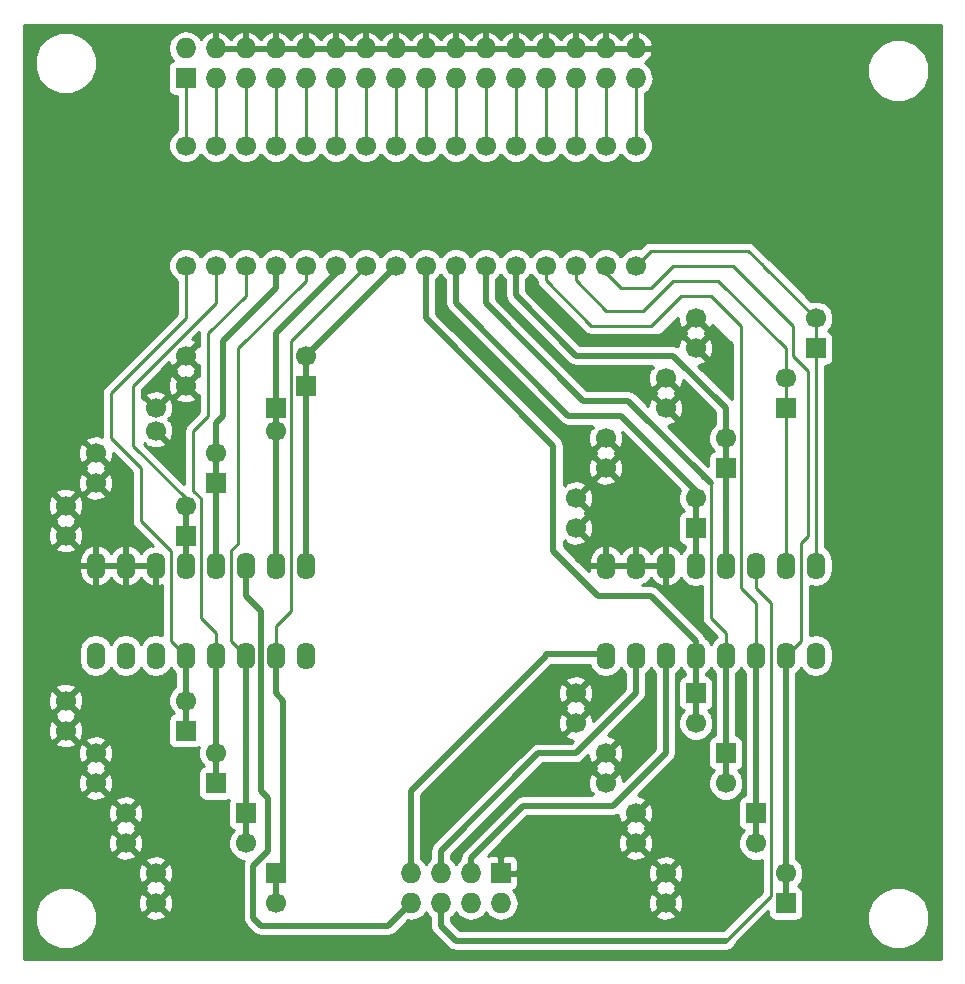
<source format=gtl>
G04 #@! TF.FileFunction,Copper,L1,Top,Signal*
%FSLAX46Y46*%
G04 Gerber Fmt 4.6, Leading zero omitted, Abs format (unit mm)*
G04 Created by KiCad (PCBNEW 4.0.2+e4-6225~38~ubuntu15.10.1-stable) date mar. 20 sept. 2016 08:21:37 CEST*
%MOMM*%
G01*
G04 APERTURE LIST*
%ADD10C,0.100000*%
%ADD11C,1.699260*%
%ADD12R,1.699260X1.699260*%
%ADD13O,1.600000X2.300000*%
%ADD14R,1.727200X1.727200*%
%ADD15O,1.727200X1.727200*%
%ADD16C,0.500000*%
%ADD17C,0.250000*%
%ADD18C,0.254000*%
G04 APERTURE END LIST*
D10*
D11*
X36194480Y-91442540D03*
D12*
X46354480Y-91442540D03*
D11*
X36194480Y-74932540D03*
D12*
X46354480Y-74932540D03*
D11*
X38734480Y-95887540D03*
D12*
X48894480Y-95887540D03*
D11*
X38734480Y-70487540D03*
D12*
X48894480Y-70487540D03*
D11*
X41274480Y-98427540D03*
D12*
X51434480Y-98427540D03*
D11*
X43814480Y-64137540D03*
D12*
X53974480Y-64137540D03*
D11*
X43814480Y-103507540D03*
D12*
X53974480Y-103507540D03*
D11*
X46354480Y-62232540D03*
D12*
X56514480Y-62232540D03*
D11*
X79374480Y-88267540D03*
D12*
X89534480Y-88267540D03*
D11*
X79374480Y-74297540D03*
D12*
X89534480Y-74297540D03*
D11*
X81914480Y-93347540D03*
D12*
X92074480Y-93347540D03*
D11*
X81914480Y-69217540D03*
D12*
X92074480Y-69217540D03*
D11*
X84454480Y-98427540D03*
D12*
X94614480Y-98427540D03*
D11*
X86994480Y-64137540D03*
D12*
X97154480Y-64137540D03*
D11*
X86994480Y-106047540D03*
D12*
X97154480Y-106047540D03*
D11*
X89534480Y-59057540D03*
D12*
X99694480Y-59057540D03*
D13*
X99695000Y-77470000D03*
X97155000Y-77470000D03*
X94615000Y-77470000D03*
X92075000Y-77470000D03*
X89535000Y-77470000D03*
X86995000Y-77470000D03*
X84455000Y-77470000D03*
X81915000Y-77470000D03*
X81915000Y-85090000D03*
X84455000Y-85090000D03*
X86995000Y-85090000D03*
X89535000Y-85090000D03*
X92075000Y-85090000D03*
X94615000Y-85090000D03*
X97155000Y-85090000D03*
X99695000Y-85090000D03*
X56515000Y-77470000D03*
X53975000Y-77470000D03*
X51435000Y-77470000D03*
X48895000Y-77470000D03*
X46355000Y-77470000D03*
X43815000Y-77470000D03*
X41275000Y-77470000D03*
X38735000Y-77470000D03*
X38735000Y-85090000D03*
X41275000Y-85090000D03*
X43815000Y-85090000D03*
X46355000Y-85090000D03*
X48895000Y-85090000D03*
X51435000Y-85090000D03*
X53975000Y-85090000D03*
X56515000Y-85090000D03*
D11*
X36194480Y-88902540D03*
X46354480Y-88902540D03*
X36194480Y-72392540D03*
X46354480Y-72392540D03*
X38734480Y-93347540D03*
X48894480Y-93347540D03*
X38734480Y-67947540D03*
X48894480Y-67947540D03*
X41274480Y-100967540D03*
X51434480Y-100967540D03*
X43814480Y-66042540D03*
X53974480Y-66042540D03*
X43814480Y-106047540D03*
X53974480Y-106047540D03*
X46354480Y-59692540D03*
X56514480Y-59692540D03*
X79374480Y-90807540D03*
X89534480Y-90807540D03*
X79374480Y-71757540D03*
X89534480Y-71757540D03*
X81914480Y-95887540D03*
X92074480Y-95887540D03*
X81914480Y-66677540D03*
X92074480Y-66677540D03*
X84454480Y-100967540D03*
X94614480Y-100967540D03*
X86994480Y-61597540D03*
X97154480Y-61597540D03*
X86994480Y-103507540D03*
X97154480Y-103507540D03*
X89534480Y-56517540D03*
X99694480Y-56517540D03*
X46352460Y-41909480D03*
X46352460Y-52069480D03*
X48892460Y-41909480D03*
X48892460Y-52069480D03*
X51432460Y-41909480D03*
X51432460Y-52069480D03*
X53972460Y-41909480D03*
X53972460Y-52069480D03*
X56512460Y-41909480D03*
X56512460Y-52069480D03*
X59052460Y-41909480D03*
X59052460Y-52069480D03*
X61592460Y-41909480D03*
X61592460Y-52069480D03*
X64132460Y-41909480D03*
X64132460Y-52069480D03*
X66672460Y-41909480D03*
X66672460Y-52069480D03*
X69212460Y-41909480D03*
X69212460Y-52069480D03*
X71752460Y-41909480D03*
X71752460Y-52069480D03*
X74292460Y-41909480D03*
X74292460Y-52069480D03*
X76832460Y-41909480D03*
X76832460Y-52069480D03*
X79372460Y-41909480D03*
X79372460Y-52069480D03*
X81912460Y-41909480D03*
X81912460Y-52069480D03*
X84452460Y-41909480D03*
X84452460Y-52069480D03*
D14*
X73025000Y-103505000D03*
D15*
X73025000Y-106045000D03*
X70485000Y-103505000D03*
X70485000Y-106045000D03*
X67945000Y-103505000D03*
X67945000Y-106045000D03*
X65405000Y-103505000D03*
X65405000Y-106045000D03*
D14*
X46355000Y-36195000D03*
D15*
X46355000Y-33655000D03*
X48895000Y-36195000D03*
X48895000Y-33655000D03*
X51435000Y-36195000D03*
X51435000Y-33655000D03*
X53975000Y-36195000D03*
X53975000Y-33655000D03*
X56515000Y-36195000D03*
X56515000Y-33655000D03*
X59055000Y-36195000D03*
X59055000Y-33655000D03*
X61595000Y-36195000D03*
X61595000Y-33655000D03*
X64135000Y-36195000D03*
X64135000Y-33655000D03*
X66675000Y-36195000D03*
X66675000Y-33655000D03*
X69215000Y-36195000D03*
X69215000Y-33655000D03*
X71755000Y-36195000D03*
X71755000Y-33655000D03*
X74295000Y-36195000D03*
X74295000Y-33655000D03*
X76835000Y-36195000D03*
X76835000Y-33655000D03*
X79375000Y-36195000D03*
X79375000Y-33655000D03*
X81915000Y-36195000D03*
X81915000Y-33655000D03*
X84455000Y-36195000D03*
X84455000Y-33655000D03*
D16*
X70485000Y-103505000D02*
X70485000Y-102235000D01*
X70485000Y-102235000D02*
X74930000Y-97790000D01*
X74930000Y-97790000D02*
X82550000Y-97790000D01*
X82550000Y-97790000D02*
X86995000Y-93345000D01*
X86995000Y-93345000D02*
X86995000Y-85090000D01*
D17*
X86995000Y-85090000D02*
X86995000Y-93345000D01*
X74930000Y-97790000D02*
X70485000Y-102235000D01*
X86995000Y-93345000D02*
X82550000Y-97790000D01*
D16*
X48894480Y-67947540D02*
X48894480Y-65405520D01*
X48894480Y-65405520D02*
X49530000Y-64770000D01*
X49530000Y-64770000D02*
X49530000Y-58420000D01*
X49530000Y-58420000D02*
X53972460Y-53977540D01*
X53972460Y-53977540D02*
X53972460Y-52069480D01*
X48894480Y-70487540D02*
X48894480Y-77469480D01*
X48894480Y-77469480D02*
X48895000Y-77470000D01*
X48894480Y-67947540D02*
X48894480Y-70487540D01*
D17*
X48895000Y-70488060D02*
X48894480Y-70487540D01*
X48894480Y-70487540D02*
X48894480Y-65405520D01*
X48894480Y-65405520D02*
X49530000Y-64770000D01*
X49530000Y-64770000D02*
X49530000Y-58420000D01*
X53972460Y-53977540D02*
X53972460Y-52069480D01*
D16*
X67945000Y-103505000D02*
X67945000Y-101600000D01*
X67945000Y-101600000D02*
X76200000Y-93345000D01*
X76200000Y-93345000D02*
X79375000Y-93345000D01*
X79375000Y-93345000D02*
X84455000Y-88265000D01*
X84455000Y-88265000D02*
X84455000Y-85090000D01*
D17*
X76200000Y-93345000D02*
X79375000Y-93345000D01*
X79375000Y-93345000D02*
X84455000Y-88265000D01*
X84455000Y-88265000D02*
X84455000Y-85090000D01*
D16*
X48895000Y-85090000D02*
X48895000Y-95887020D01*
X48895000Y-95887020D02*
X48894480Y-95887540D01*
D17*
X48895000Y-85090000D02*
X48895000Y-93347020D01*
X48895000Y-93347020D02*
X48894480Y-93347540D01*
X48894480Y-93347540D02*
X48894480Y-95887540D01*
X51432460Y-52069480D02*
X51432460Y-54612540D01*
X48895000Y-83185000D02*
X48895000Y-85090000D01*
X47625000Y-81915000D02*
X48895000Y-83185000D01*
X47625000Y-71755000D02*
X47625000Y-81915000D01*
X46990000Y-71120000D02*
X47625000Y-71755000D01*
X46990000Y-66040000D02*
X46990000Y-71120000D01*
X48260000Y-64770000D02*
X46990000Y-66040000D01*
X48260000Y-57785000D02*
X48260000Y-64770000D01*
X51432460Y-54612540D02*
X48260000Y-57785000D01*
D16*
X76835000Y-85000000D02*
X76835000Y-85090000D01*
X76835000Y-85090000D02*
X65405000Y-96520000D01*
X65405000Y-103505000D02*
X65405000Y-96520000D01*
X76835000Y-85000000D02*
X81825000Y-85000000D01*
X81825000Y-85000000D02*
X81915000Y-85090000D01*
X46354480Y-74932540D02*
X46354480Y-77469480D01*
X46354480Y-77469480D02*
X46355000Y-77470000D01*
X46354480Y-74932540D02*
X46354480Y-72392540D01*
D17*
X46354480Y-72392540D02*
X46354480Y-71754480D01*
X46354480Y-71754480D02*
X41910000Y-67310000D01*
X41910000Y-67310000D02*
X41910000Y-62230000D01*
X41910000Y-62230000D02*
X48892460Y-55247540D01*
X48892460Y-55247540D02*
X48892460Y-54607460D01*
X46355000Y-77470000D02*
X46355000Y-74933060D01*
X46355000Y-74933060D02*
X46354480Y-74932540D01*
X48892460Y-54607460D02*
X48892460Y-52069480D01*
D16*
X46355000Y-85090000D02*
X46355000Y-91442020D01*
X46355000Y-91442020D02*
X46354480Y-91442540D01*
D17*
X46355000Y-85090000D02*
X46355000Y-88902020D01*
X46355000Y-88902020D02*
X46354480Y-88902540D01*
X46354480Y-88902540D02*
X46354480Y-91442540D01*
X46352460Y-55877460D02*
X46352460Y-56517540D01*
X42545000Y-73660000D02*
X44450000Y-75565000D01*
X42545000Y-69215000D02*
X42545000Y-73660000D01*
X40005000Y-66675000D02*
X42545000Y-69215000D01*
X40005000Y-62865000D02*
X40005000Y-66675000D01*
X46352460Y-56517540D02*
X40005000Y-62865000D01*
X46352460Y-52069480D02*
X46352460Y-55877460D01*
X45085000Y-83820000D02*
X46355000Y-85090000D01*
X44450000Y-75565000D02*
X45085000Y-76200000D01*
X45085000Y-76200000D02*
X45085000Y-83820000D01*
X46352460Y-41909480D02*
X46352460Y-36832540D01*
X46352460Y-36832540D02*
X46355000Y-36830000D01*
X48892460Y-41909480D02*
X48892460Y-36832540D01*
X48892460Y-36832540D02*
X48895000Y-36830000D01*
X51432460Y-41909480D02*
X51432460Y-36832540D01*
X51432460Y-36832540D02*
X51435000Y-36830000D01*
X53972460Y-41909480D02*
X53972460Y-36832540D01*
X53972460Y-36832540D02*
X53975000Y-36830000D01*
X56512460Y-41909480D02*
X56512460Y-36832540D01*
X56512460Y-36832540D02*
X56515000Y-36830000D01*
X59055000Y-36830000D02*
X59055000Y-41906940D01*
X59055000Y-41906940D02*
X59052460Y-41909480D01*
X61595000Y-36830000D02*
X61595000Y-41906940D01*
X61595000Y-41906940D02*
X61592460Y-41909480D01*
X64135000Y-36830000D02*
X64135000Y-41906940D01*
X64135000Y-41906940D02*
X64132460Y-41909480D01*
X66675000Y-36830000D02*
X66675000Y-41906940D01*
X66675000Y-41906940D02*
X66672460Y-41909480D01*
X69215000Y-36830000D02*
X69215000Y-41906940D01*
X69215000Y-41906940D02*
X69212460Y-41909480D01*
X71752460Y-41909480D02*
X71752460Y-36832540D01*
X71752460Y-36832540D02*
X71755000Y-36830000D01*
X74295000Y-36830000D02*
X74295000Y-41906940D01*
X74295000Y-41906940D02*
X74292460Y-41909480D01*
X76835000Y-36830000D02*
X76835000Y-41906940D01*
X76835000Y-41906940D02*
X76832460Y-41909480D01*
X79375000Y-36830000D02*
X79375000Y-41906940D01*
X79375000Y-41906940D02*
X79372460Y-41909480D01*
X81915000Y-36830000D02*
X81915000Y-41906940D01*
X81915000Y-41906940D02*
X81912460Y-41909480D01*
X84455000Y-36830000D02*
X84455000Y-41906940D01*
X84455000Y-41906940D02*
X84452460Y-41909480D01*
D16*
X51435000Y-85090000D02*
X51435000Y-100967020D01*
X51435000Y-100967020D02*
X51434480Y-100967540D01*
D17*
X51435000Y-85090000D02*
X51435000Y-98427020D01*
X51435000Y-98427020D02*
X51434480Y-98427540D01*
X51434480Y-98427540D02*
X51434480Y-100967540D01*
X50800000Y-60325000D02*
X50800000Y-59055000D01*
X50800000Y-59055000D02*
X56512460Y-53342540D01*
X56512460Y-52069480D02*
X56512460Y-53342540D01*
X50165000Y-83820000D02*
X51435000Y-85090000D01*
X50165000Y-76200000D02*
X50165000Y-83820000D01*
X50800000Y-75565000D02*
X50165000Y-76200000D01*
X50800000Y-60325000D02*
X50800000Y-75565000D01*
D16*
X53974480Y-57785520D02*
X59052460Y-52707540D01*
X53975000Y-77470000D02*
X53975000Y-66043060D01*
X53975000Y-66043060D02*
X53974480Y-66042540D01*
X53974480Y-66042540D02*
X53974480Y-57785520D01*
X59052460Y-52707540D02*
X59052460Y-52069480D01*
D17*
X53974480Y-66042540D02*
X53974480Y-64137540D01*
X59052460Y-52707540D02*
X59052460Y-52069480D01*
X53975000Y-66043060D02*
X53974480Y-66042540D01*
X59055000Y-52072020D02*
X59052460Y-52069480D01*
D16*
X53974480Y-106047540D02*
X53974480Y-103507540D01*
X53974480Y-103507540D02*
X54610000Y-102872020D01*
X54610000Y-102872020D02*
X54610000Y-88900000D01*
X54610000Y-88900000D02*
X53975000Y-88265000D01*
X53975000Y-88265000D02*
X53975000Y-85090000D01*
D17*
X53975000Y-103507020D02*
X53974480Y-103507540D01*
X61592460Y-52069480D02*
X61592460Y-52072540D01*
X61592460Y-52072540D02*
X55245000Y-58420000D01*
X55245000Y-58420000D02*
X55245000Y-63500000D01*
X55245000Y-63500000D02*
X55245000Y-81280000D01*
X55245000Y-81280000D02*
X53975000Y-82550000D01*
X53975000Y-82550000D02*
X53975000Y-85090000D01*
D16*
X56515000Y-77470000D02*
X56515000Y-59693060D01*
X56515000Y-59693060D02*
X64132460Y-52075600D01*
X64132460Y-52075600D02*
X64132460Y-52069480D01*
D17*
X56515000Y-62233060D02*
X56514480Y-62232540D01*
X56514480Y-62232540D02*
X56514480Y-59692540D01*
X64132460Y-52074560D02*
X64132460Y-52069480D01*
D16*
X89535000Y-85090000D02*
X89535000Y-83820000D01*
X85725000Y-80010000D02*
X81280000Y-80010000D01*
X89535000Y-83820000D02*
X85725000Y-80010000D01*
X81280000Y-80010000D02*
X77470000Y-76200000D01*
X77470000Y-76200000D02*
X77470000Y-67310000D01*
X77470000Y-67310000D02*
X66672460Y-56512460D01*
X66672460Y-56512460D02*
X66672460Y-52069480D01*
X89535000Y-85090000D02*
X89535000Y-90807020D01*
X89535000Y-90807020D02*
X89534480Y-90807540D01*
D17*
X89535000Y-85090000D02*
X89535000Y-88267020D01*
X89535000Y-88267020D02*
X89534480Y-88267540D01*
X89534480Y-88267540D02*
X89534480Y-90807540D01*
X77470000Y-76200000D02*
X81280000Y-80010000D01*
D16*
X89535000Y-77470000D02*
X89535000Y-71758060D01*
X89535000Y-71758060D02*
X89534480Y-71757540D01*
X89534480Y-71757540D02*
X89534480Y-71119480D01*
X89534480Y-71119480D02*
X83185000Y-64770000D01*
X83185000Y-64770000D02*
X78740000Y-64770000D01*
X78740000Y-64770000D02*
X69212460Y-55242460D01*
X69212460Y-55242460D02*
X69212460Y-52069480D01*
D17*
X89535000Y-77470000D02*
X89535000Y-74298060D01*
X89535000Y-74298060D02*
X89534480Y-74297540D01*
X89534480Y-74297540D02*
X89534480Y-71119480D01*
X89534480Y-71119480D02*
X83185000Y-64770000D01*
X83185000Y-64770000D02*
X78740000Y-64770000D01*
X69212460Y-55242460D02*
X69212460Y-52069480D01*
D16*
X71752460Y-52069480D02*
X71752460Y-55242460D01*
X80010000Y-63500000D02*
X83820000Y-63500000D01*
X71752460Y-55242460D02*
X80010000Y-63500000D01*
X83820000Y-63500000D02*
X90805000Y-70485000D01*
X90805000Y-70485000D02*
X90170000Y-69850000D01*
X92075000Y-85090000D02*
X92075000Y-95887020D01*
X92075000Y-95887020D02*
X92074480Y-95887540D01*
D17*
X92075000Y-93347020D02*
X92074480Y-93347540D01*
X92074480Y-93347540D02*
X92074480Y-95887540D01*
X92075000Y-83185000D02*
X92075000Y-85090000D01*
X90805000Y-81915000D02*
X92075000Y-83185000D01*
X90805000Y-70485000D02*
X90805000Y-81915000D01*
X83820000Y-63500000D02*
X90170000Y-69850000D01*
X90170000Y-69850000D02*
X90805000Y-70485000D01*
D16*
X92075000Y-77470000D02*
X92075000Y-66678060D01*
X92075000Y-66678060D02*
X92074480Y-66677540D01*
X92074480Y-66677540D02*
X92074480Y-64134480D01*
X92074480Y-64134480D02*
X87630000Y-59690000D01*
X87630000Y-59690000D02*
X79375000Y-59690000D01*
X79375000Y-59690000D02*
X74292460Y-54607460D01*
X74292460Y-54607460D02*
X74292460Y-52069480D01*
D17*
X74292460Y-52069480D02*
X74292460Y-54607460D01*
X92074480Y-64134480D02*
X92074480Y-66677540D01*
X92075000Y-69218060D02*
X92074480Y-69217540D01*
X92074480Y-69217540D02*
X92074480Y-64134480D01*
X85725000Y-57150000D02*
X88265000Y-54610000D01*
X88265000Y-54610000D02*
X88900000Y-54610000D01*
X89535000Y-54610000D02*
X90805000Y-54610000D01*
X88900000Y-54610000D02*
X89535000Y-54610000D01*
X94615000Y-80645000D02*
X93345000Y-79375000D01*
X93345000Y-79375000D02*
X93345000Y-70485000D01*
X93345000Y-58420000D02*
X93345000Y-70485000D01*
X94615000Y-85090000D02*
X94615000Y-80645000D01*
X90805000Y-54610000D02*
X93345000Y-57150000D01*
X93345000Y-57150000D02*
X93345000Y-58420000D01*
D16*
X94615000Y-85090000D02*
X94615000Y-100967020D01*
X94615000Y-100967020D02*
X94614480Y-100967540D01*
D17*
X94615000Y-85090000D02*
X94615000Y-98427020D01*
X94615000Y-98427020D02*
X94614480Y-98427540D01*
X94614480Y-98427540D02*
X94614480Y-100967540D01*
X76832460Y-52069480D02*
X76832460Y-53337460D01*
X80645000Y-57150000D02*
X81280000Y-57150000D01*
X76832460Y-53337460D02*
X80645000Y-57150000D01*
X81280000Y-57150000D02*
X85725000Y-57150000D01*
X85090000Y-55880000D02*
X87630000Y-53340000D01*
X87630000Y-53340000D02*
X88265000Y-53340000D01*
X88900000Y-53340000D02*
X91440000Y-53340000D01*
X88265000Y-53340000D02*
X88900000Y-53340000D01*
X91440000Y-53340000D02*
X97155000Y-59055000D01*
X97155000Y-59055000D02*
X97155000Y-61597020D01*
X97155000Y-61597020D02*
X97154480Y-61597540D01*
X79372460Y-52069480D02*
X79372460Y-53337460D01*
X81915000Y-55880000D02*
X82550000Y-55880000D01*
X79372460Y-53337460D02*
X81915000Y-55880000D01*
X97154480Y-61597540D02*
X97154480Y-60324480D01*
X97154480Y-60324480D02*
X97154480Y-64137540D01*
X82550000Y-55880000D02*
X85090000Y-55880000D01*
X97154480Y-64137540D02*
X97155000Y-64138060D01*
X97155000Y-64138060D02*
X97155000Y-77470000D01*
D16*
X97155000Y-85090000D02*
X97155000Y-103507020D01*
X97155000Y-103507020D02*
X97154480Y-103507540D01*
X97154480Y-103507540D02*
X97154480Y-106047540D01*
D17*
X97154480Y-106047540D02*
X97154480Y-103507540D01*
X97154480Y-103507540D02*
X97155000Y-103507020D01*
X81912460Y-52069480D02*
X81912460Y-52702460D01*
X81912460Y-52702460D02*
X83185000Y-53975000D01*
X83185000Y-53975000D02*
X85725000Y-53975000D01*
X85725000Y-53975000D02*
X87630000Y-52070000D01*
X87630000Y-52070000D02*
X92710000Y-52070000D01*
X92710000Y-52070000D02*
X97790000Y-57150000D01*
X97790000Y-57150000D02*
X97790000Y-59690000D01*
X97790000Y-59690000D02*
X99060000Y-60960000D01*
X99060000Y-60960000D02*
X99060000Y-74930000D01*
X99060000Y-74930000D02*
X98425000Y-75565000D01*
X98425000Y-75565000D02*
X98425000Y-83820000D01*
X98425000Y-83820000D02*
X97155000Y-85090000D01*
X99695000Y-77470000D02*
X99695000Y-76835000D01*
X99695000Y-76835000D02*
X99695000Y-72390000D01*
X99695000Y-72390000D02*
X99694480Y-72389480D01*
X99694480Y-72389480D02*
X99694480Y-59057540D01*
X95246420Y-52069480D02*
X95246420Y-52066420D01*
X85721940Y-50800000D02*
X84452460Y-52069480D01*
X93980000Y-50800000D02*
X85721940Y-50800000D01*
X95246420Y-52066420D02*
X93980000Y-50800000D01*
X84452460Y-52069480D02*
X84455520Y-52069480D01*
X95246420Y-52069480D02*
X99694480Y-56517540D01*
X99694480Y-56517540D02*
X99694480Y-59057540D01*
D16*
X67945000Y-106045000D02*
X67945000Y-107950000D01*
X67945000Y-107950000D02*
X69215000Y-109220000D01*
X69215000Y-109220000D02*
X92075000Y-109220000D01*
D17*
X94615000Y-77470000D02*
X94615000Y-79375000D01*
X69215000Y-109220000D02*
X67945000Y-107950000D01*
X95885000Y-105410000D02*
X92075000Y-109220000D01*
X95885000Y-80645000D02*
X95885000Y-105410000D01*
X94615000Y-79375000D02*
X95885000Y-80645000D01*
D16*
X65405000Y-106045000D02*
X63500000Y-107950000D01*
X63500000Y-107950000D02*
X52705000Y-107950000D01*
X52705000Y-107950000D02*
X52070000Y-107315000D01*
X52070000Y-107315000D02*
X52070000Y-102870000D01*
X52070000Y-102870000D02*
X53340000Y-101600000D01*
X53340000Y-101600000D02*
X53340000Y-97155000D01*
X53340000Y-97155000D02*
X52705000Y-96520000D01*
X52705000Y-96520000D02*
X52705000Y-81280000D01*
X52705000Y-81280000D02*
X51435000Y-80010000D01*
X51435000Y-80010000D02*
X51435000Y-77470000D01*
D17*
X52070000Y-107315000D02*
X52705000Y-107950000D01*
X65405000Y-106680000D02*
X65405000Y-106045000D01*
X51435000Y-77470000D02*
X51435000Y-80010000D01*
X52070000Y-102870000D02*
X52070000Y-107315000D01*
X53340000Y-101600000D02*
X52070000Y-102870000D01*
X53340000Y-97155000D02*
X53340000Y-101600000D01*
X52705000Y-96520000D02*
X53340000Y-97155000D01*
X52705000Y-81280000D02*
X52705000Y-96520000D01*
X51435000Y-80010000D02*
X52705000Y-81280000D01*
D18*
G36*
X110290000Y-110790000D02*
X32710000Y-110790000D01*
X32710000Y-107836834D01*
X33559543Y-107836834D01*
X33959853Y-108805658D01*
X34700443Y-109547542D01*
X35668567Y-109949542D01*
X36716834Y-109950457D01*
X37685658Y-109550147D01*
X38427542Y-108809557D01*
X38829542Y-107841433D01*
X38830196Y-107091230D01*
X42950395Y-107091230D01*
X43030622Y-107342493D01*
X43585847Y-107543890D01*
X44175879Y-107517481D01*
X44598338Y-107342493D01*
X44678565Y-107091230D01*
X43814480Y-106227145D01*
X42950395Y-107091230D01*
X38830196Y-107091230D01*
X38830457Y-106793166D01*
X38430147Y-105824342D01*
X38424722Y-105818907D01*
X42318130Y-105818907D01*
X42344539Y-106408939D01*
X42519527Y-106831398D01*
X42770790Y-106911625D01*
X43634875Y-106047540D01*
X43994085Y-106047540D01*
X44858170Y-106911625D01*
X45109433Y-106831398D01*
X45310830Y-106276173D01*
X45284421Y-105686141D01*
X45109433Y-105263682D01*
X44858170Y-105183455D01*
X43994085Y-106047540D01*
X43634875Y-106047540D01*
X42770790Y-105183455D01*
X42519527Y-105263682D01*
X42318130Y-105818907D01*
X38424722Y-105818907D01*
X37689557Y-105082458D01*
X36721433Y-104680458D01*
X35673166Y-104679543D01*
X34704342Y-105079853D01*
X33962458Y-105820443D01*
X33560458Y-106788567D01*
X33559543Y-107836834D01*
X32710000Y-107836834D01*
X32710000Y-104551230D01*
X42950395Y-104551230D01*
X43022655Y-104777540D01*
X42950395Y-105003850D01*
X43814480Y-105867935D01*
X44678565Y-105003850D01*
X44606305Y-104777540D01*
X44678565Y-104551230D01*
X43814480Y-103687145D01*
X42950395Y-104551230D01*
X32710000Y-104551230D01*
X32710000Y-103278907D01*
X42318130Y-103278907D01*
X42344539Y-103868939D01*
X42519527Y-104291398D01*
X42770790Y-104371625D01*
X43634875Y-103507540D01*
X43994085Y-103507540D01*
X44858170Y-104371625D01*
X45109433Y-104291398D01*
X45310830Y-103736173D01*
X45284421Y-103146141D01*
X45109433Y-102723682D01*
X44858170Y-102643455D01*
X43994085Y-103507540D01*
X43634875Y-103507540D01*
X42770790Y-102643455D01*
X42519527Y-102723682D01*
X42318130Y-103278907D01*
X32710000Y-103278907D01*
X32710000Y-102011230D01*
X40410395Y-102011230D01*
X40490622Y-102262493D01*
X41045847Y-102463890D01*
X41046740Y-102463850D01*
X42950395Y-102463850D01*
X43814480Y-103327935D01*
X44678565Y-102463850D01*
X44598338Y-102212587D01*
X44043113Y-102011190D01*
X43453081Y-102037599D01*
X43030622Y-102212587D01*
X42950395Y-102463850D01*
X41046740Y-102463850D01*
X41635879Y-102437481D01*
X42058338Y-102262493D01*
X42138565Y-102011230D01*
X41274480Y-101147145D01*
X40410395Y-102011230D01*
X32710000Y-102011230D01*
X32710000Y-100738907D01*
X39778130Y-100738907D01*
X39804539Y-101328939D01*
X39979527Y-101751398D01*
X40230790Y-101831625D01*
X41094875Y-100967540D01*
X41454085Y-100967540D01*
X42318170Y-101831625D01*
X42569433Y-101751398D01*
X42770830Y-101196173D01*
X42744421Y-100606141D01*
X42569433Y-100183682D01*
X42318170Y-100103455D01*
X41454085Y-100967540D01*
X41094875Y-100967540D01*
X40230790Y-100103455D01*
X39979527Y-100183682D01*
X39778130Y-100738907D01*
X32710000Y-100738907D01*
X32710000Y-99471230D01*
X40410395Y-99471230D01*
X40482655Y-99697540D01*
X40410395Y-99923850D01*
X41274480Y-100787935D01*
X42138565Y-99923850D01*
X42066305Y-99697540D01*
X42138565Y-99471230D01*
X41274480Y-98607145D01*
X40410395Y-99471230D01*
X32710000Y-99471230D01*
X32710000Y-98198907D01*
X39778130Y-98198907D01*
X39804539Y-98788939D01*
X39979527Y-99211398D01*
X40230790Y-99291625D01*
X41094875Y-98427540D01*
X41454085Y-98427540D01*
X42318170Y-99291625D01*
X42569433Y-99211398D01*
X42770830Y-98656173D01*
X42744421Y-98066141D01*
X42569433Y-97643682D01*
X42318170Y-97563455D01*
X41454085Y-98427540D01*
X41094875Y-98427540D01*
X40230790Y-97563455D01*
X39979527Y-97643682D01*
X39778130Y-98198907D01*
X32710000Y-98198907D01*
X32710000Y-96931230D01*
X37870395Y-96931230D01*
X37950622Y-97182493D01*
X38505847Y-97383890D01*
X38506740Y-97383850D01*
X40410395Y-97383850D01*
X41274480Y-98247935D01*
X42138565Y-97383850D01*
X42058338Y-97132587D01*
X41503113Y-96931190D01*
X40913081Y-96957599D01*
X40490622Y-97132587D01*
X40410395Y-97383850D01*
X38506740Y-97383850D01*
X39095879Y-97357481D01*
X39518338Y-97182493D01*
X39598565Y-96931230D01*
X38734480Y-96067145D01*
X37870395Y-96931230D01*
X32710000Y-96931230D01*
X32710000Y-95658907D01*
X37238130Y-95658907D01*
X37264539Y-96248939D01*
X37439527Y-96671398D01*
X37690790Y-96751625D01*
X38554875Y-95887540D01*
X38914085Y-95887540D01*
X39778170Y-96751625D01*
X40029433Y-96671398D01*
X40230830Y-96116173D01*
X40204421Y-95526141D01*
X40029433Y-95103682D01*
X39778170Y-95023455D01*
X38914085Y-95887540D01*
X38554875Y-95887540D01*
X37690790Y-95023455D01*
X37439527Y-95103682D01*
X37238130Y-95658907D01*
X32710000Y-95658907D01*
X32710000Y-94391230D01*
X37870395Y-94391230D01*
X37942655Y-94617540D01*
X37870395Y-94843850D01*
X38734480Y-95707935D01*
X39598565Y-94843850D01*
X39526305Y-94617540D01*
X39598565Y-94391230D01*
X38734480Y-93527145D01*
X37870395Y-94391230D01*
X32710000Y-94391230D01*
X32710000Y-93118907D01*
X37238130Y-93118907D01*
X37264539Y-93708939D01*
X37439527Y-94131398D01*
X37690790Y-94211625D01*
X38554875Y-93347540D01*
X38914085Y-93347540D01*
X39778170Y-94211625D01*
X40029433Y-94131398D01*
X40230830Y-93576173D01*
X40204421Y-92986141D01*
X40029433Y-92563682D01*
X39778170Y-92483455D01*
X38914085Y-93347540D01*
X38554875Y-93347540D01*
X37690790Y-92483455D01*
X37439527Y-92563682D01*
X37238130Y-93118907D01*
X32710000Y-93118907D01*
X32710000Y-92486230D01*
X35330395Y-92486230D01*
X35410622Y-92737493D01*
X35965847Y-92938890D01*
X36555879Y-92912481D01*
X36978338Y-92737493D01*
X37058565Y-92486230D01*
X36194480Y-91622145D01*
X35330395Y-92486230D01*
X32710000Y-92486230D01*
X32710000Y-91213907D01*
X34698130Y-91213907D01*
X34724539Y-91803939D01*
X34899527Y-92226398D01*
X35150790Y-92306625D01*
X36014875Y-91442540D01*
X36374085Y-91442540D01*
X37238170Y-92306625D01*
X37246861Y-92303850D01*
X37870395Y-92303850D01*
X38734480Y-93167935D01*
X39598565Y-92303850D01*
X39518338Y-92052587D01*
X38963113Y-91851190D01*
X38373081Y-91877599D01*
X37950622Y-92052587D01*
X37870395Y-92303850D01*
X37246861Y-92303850D01*
X37489433Y-92226398D01*
X37690830Y-91671173D01*
X37664421Y-91081141D01*
X37489433Y-90658682D01*
X37238170Y-90578455D01*
X36374085Y-91442540D01*
X36014875Y-91442540D01*
X35150790Y-90578455D01*
X34899527Y-90658682D01*
X34698130Y-91213907D01*
X32710000Y-91213907D01*
X32710000Y-89946230D01*
X35330395Y-89946230D01*
X35402655Y-90172540D01*
X35330395Y-90398850D01*
X36194480Y-91262935D01*
X37058565Y-90398850D01*
X36986305Y-90172540D01*
X37058565Y-89946230D01*
X36194480Y-89082145D01*
X35330395Y-89946230D01*
X32710000Y-89946230D01*
X32710000Y-88673907D01*
X34698130Y-88673907D01*
X34724539Y-89263939D01*
X34899527Y-89686398D01*
X35150790Y-89766625D01*
X36014875Y-88902540D01*
X36374085Y-88902540D01*
X37238170Y-89766625D01*
X37489433Y-89686398D01*
X37690830Y-89131173D01*
X37664421Y-88541141D01*
X37489433Y-88118682D01*
X37238170Y-88038455D01*
X36374085Y-88902540D01*
X36014875Y-88902540D01*
X35150790Y-88038455D01*
X34899527Y-88118682D01*
X34698130Y-88673907D01*
X32710000Y-88673907D01*
X32710000Y-87858850D01*
X35330395Y-87858850D01*
X36194480Y-88722935D01*
X37058565Y-87858850D01*
X36978338Y-87607587D01*
X36423113Y-87406190D01*
X35833081Y-87432599D01*
X35410622Y-87607587D01*
X35330395Y-87858850D01*
X32710000Y-87858850D01*
X32710000Y-84705030D01*
X37300000Y-84705030D01*
X37300000Y-85474970D01*
X37409233Y-86024121D01*
X37720302Y-86489668D01*
X38185849Y-86800737D01*
X38735000Y-86909970D01*
X39284151Y-86800737D01*
X39749698Y-86489668D01*
X40005000Y-86107582D01*
X40260302Y-86489668D01*
X40725849Y-86800737D01*
X41275000Y-86909970D01*
X41824151Y-86800737D01*
X42289698Y-86489668D01*
X42545000Y-86107582D01*
X42800302Y-86489668D01*
X43265849Y-86800737D01*
X43815000Y-86909970D01*
X44364151Y-86800737D01*
X44829698Y-86489668D01*
X45085000Y-86107582D01*
X45340302Y-86489668D01*
X45470000Y-86576330D01*
X45470000Y-87687723D01*
X45096606Y-88060466D01*
X44870108Y-88605933D01*
X44869592Y-89196556D01*
X45095138Y-89742417D01*
X45330572Y-89978263D01*
X45269533Y-89989748D01*
X45053409Y-90128820D01*
X44908419Y-90341020D01*
X44857410Y-90592910D01*
X44857410Y-92292170D01*
X44901688Y-92527487D01*
X45040760Y-92743611D01*
X45252960Y-92888601D01*
X45504850Y-92939610D01*
X47204110Y-92939610D01*
X47439427Y-92895332D01*
X47487588Y-92864341D01*
X47410108Y-93050933D01*
X47409592Y-93641556D01*
X47635138Y-94187417D01*
X47870572Y-94423263D01*
X47809533Y-94434748D01*
X47593409Y-94573820D01*
X47448419Y-94786020D01*
X47397410Y-95037910D01*
X47397410Y-96737170D01*
X47441688Y-96972487D01*
X47580760Y-97188611D01*
X47792960Y-97333601D01*
X48044850Y-97384610D01*
X49744110Y-97384610D01*
X49979427Y-97340332D01*
X49986434Y-97335823D01*
X49937410Y-97577910D01*
X49937410Y-99277170D01*
X49981688Y-99512487D01*
X50120760Y-99728611D01*
X50332960Y-99873601D01*
X50412729Y-99889755D01*
X50176606Y-100125466D01*
X49950108Y-100670933D01*
X49949592Y-101261556D01*
X50175138Y-101807417D01*
X50592406Y-102225414D01*
X51137873Y-102451912D01*
X51305331Y-102452058D01*
X51252367Y-102531325D01*
X51252367Y-102531326D01*
X51184999Y-102870000D01*
X51185000Y-102870005D01*
X51185000Y-107314995D01*
X51184999Y-107315000D01*
X51241190Y-107597484D01*
X51252367Y-107653675D01*
X51256033Y-107659161D01*
X51444210Y-107940790D01*
X52079208Y-108575787D01*
X52079210Y-108575790D01*
X52239062Y-108682599D01*
X52366326Y-108767634D01*
X52705000Y-108835001D01*
X52705005Y-108835000D01*
X63499995Y-108835000D01*
X63500000Y-108835001D01*
X63782484Y-108778810D01*
X63838675Y-108767633D01*
X64125790Y-108575790D01*
X65194092Y-107507488D01*
X65375641Y-107543600D01*
X65434359Y-107543600D01*
X66007848Y-107429526D01*
X66494029Y-107104670D01*
X66675000Y-106833828D01*
X66855971Y-107104670D01*
X67060000Y-107240998D01*
X67060000Y-107949995D01*
X67059999Y-107950000D01*
X67084864Y-108075000D01*
X67127367Y-108288675D01*
X67241842Y-108460000D01*
X67319210Y-108575790D01*
X68589208Y-109845787D01*
X68589210Y-109845790D01*
X68790071Y-109980000D01*
X68876325Y-110037633D01*
X69215000Y-110105001D01*
X69215005Y-110105000D01*
X92075000Y-110105000D01*
X92413675Y-110037633D01*
X92700790Y-109845790D01*
X92892633Y-109558675D01*
X92912871Y-109456931D01*
X94532968Y-107836834D01*
X104044543Y-107836834D01*
X104444853Y-108805658D01*
X105185443Y-109547542D01*
X106153567Y-109949542D01*
X107201834Y-109950457D01*
X108170658Y-109550147D01*
X108912542Y-108809557D01*
X109314542Y-107841433D01*
X109315457Y-106793166D01*
X108915147Y-105824342D01*
X108174557Y-105082458D01*
X107206433Y-104680458D01*
X106158166Y-104679543D01*
X105189342Y-105079853D01*
X104447458Y-105820443D01*
X104045458Y-106788567D01*
X104044543Y-107836834D01*
X94532968Y-107836834D01*
X95657410Y-106712392D01*
X95657410Y-106897170D01*
X95701688Y-107132487D01*
X95840760Y-107348611D01*
X96052960Y-107493601D01*
X96304850Y-107544610D01*
X98004110Y-107544610D01*
X98239427Y-107500332D01*
X98455551Y-107361260D01*
X98600541Y-107149060D01*
X98651550Y-106897170D01*
X98651550Y-105197910D01*
X98607272Y-104962593D01*
X98468200Y-104746469D01*
X98256000Y-104601479D01*
X98176231Y-104585325D01*
X98412354Y-104349614D01*
X98638852Y-103804147D01*
X98639368Y-103213524D01*
X98413822Y-102667663D01*
X98040000Y-102293188D01*
X98040000Y-86576330D01*
X98169698Y-86489668D01*
X98425000Y-86107582D01*
X98680302Y-86489668D01*
X99145849Y-86800737D01*
X99695000Y-86909970D01*
X100244151Y-86800737D01*
X100709698Y-86489668D01*
X101020767Y-86024121D01*
X101130000Y-85474970D01*
X101130000Y-84705030D01*
X101020767Y-84155879D01*
X100709698Y-83690332D01*
X100244151Y-83379263D01*
X99695000Y-83270030D01*
X99185000Y-83371475D01*
X99185000Y-79188525D01*
X99695000Y-79289970D01*
X100244151Y-79180737D01*
X100709698Y-78869668D01*
X101020767Y-78404121D01*
X101130000Y-77854970D01*
X101130000Y-77085030D01*
X101020767Y-76535879D01*
X100709698Y-76070332D01*
X100455000Y-75900148D01*
X100455000Y-72390000D01*
X100454480Y-72387386D01*
X100454480Y-60554610D01*
X100544110Y-60554610D01*
X100779427Y-60510332D01*
X100995551Y-60371260D01*
X101140541Y-60159060D01*
X101191550Y-59907170D01*
X101191550Y-58207910D01*
X101147272Y-57972593D01*
X101008200Y-57756469D01*
X100796000Y-57611479D01*
X100716231Y-57595325D01*
X100952354Y-57359614D01*
X101178852Y-56814147D01*
X101179368Y-56223524D01*
X100953822Y-55677663D01*
X100536554Y-55259666D01*
X99991087Y-55033168D01*
X99400464Y-55032652D01*
X99318331Y-55066589D01*
X95789983Y-51538241D01*
X95783821Y-51529019D01*
X94517401Y-50262599D01*
X94270839Y-50097852D01*
X93980000Y-50040000D01*
X85721940Y-50040000D01*
X85431101Y-50097852D01*
X85184539Y-50262599D01*
X84828886Y-50618252D01*
X84749067Y-50585108D01*
X84158444Y-50584592D01*
X83612583Y-50810138D01*
X83194586Y-51227406D01*
X83182711Y-51256004D01*
X83171802Y-51229603D01*
X82754534Y-50811606D01*
X82209067Y-50585108D01*
X81618444Y-50584592D01*
X81072583Y-50810138D01*
X80654586Y-51227406D01*
X80642711Y-51256004D01*
X80631802Y-51229603D01*
X80214534Y-50811606D01*
X79669067Y-50585108D01*
X79078444Y-50584592D01*
X78532583Y-50810138D01*
X78114586Y-51227406D01*
X78102711Y-51256004D01*
X78091802Y-51229603D01*
X77674534Y-50811606D01*
X77129067Y-50585108D01*
X76538444Y-50584592D01*
X75992583Y-50810138D01*
X75574586Y-51227406D01*
X75562711Y-51256004D01*
X75551802Y-51229603D01*
X75134534Y-50811606D01*
X74589067Y-50585108D01*
X73998444Y-50584592D01*
X73452583Y-50810138D01*
X73034586Y-51227406D01*
X73022711Y-51256004D01*
X73011802Y-51229603D01*
X72594534Y-50811606D01*
X72049067Y-50585108D01*
X71458444Y-50584592D01*
X70912583Y-50810138D01*
X70494586Y-51227406D01*
X70482711Y-51256004D01*
X70471802Y-51229603D01*
X70054534Y-50811606D01*
X69509067Y-50585108D01*
X68918444Y-50584592D01*
X68372583Y-50810138D01*
X67954586Y-51227406D01*
X67942711Y-51256004D01*
X67931802Y-51229603D01*
X67514534Y-50811606D01*
X66969067Y-50585108D01*
X66378444Y-50584592D01*
X65832583Y-50810138D01*
X65414586Y-51227406D01*
X65402711Y-51256004D01*
X65391802Y-51229603D01*
X64974534Y-50811606D01*
X64429067Y-50585108D01*
X63838444Y-50584592D01*
X63292583Y-50810138D01*
X62874586Y-51227406D01*
X62862711Y-51256004D01*
X62851802Y-51229603D01*
X62434534Y-50811606D01*
X61889067Y-50585108D01*
X61298444Y-50584592D01*
X60752583Y-50810138D01*
X60334586Y-51227406D01*
X60322711Y-51256004D01*
X60311802Y-51229603D01*
X59894534Y-50811606D01*
X59349067Y-50585108D01*
X58758444Y-50584592D01*
X58212583Y-50810138D01*
X57794586Y-51227406D01*
X57782711Y-51256004D01*
X57771802Y-51229603D01*
X57354534Y-50811606D01*
X56809067Y-50585108D01*
X56218444Y-50584592D01*
X55672583Y-50810138D01*
X55254586Y-51227406D01*
X55242711Y-51256004D01*
X55231802Y-51229603D01*
X54814534Y-50811606D01*
X54269067Y-50585108D01*
X53678444Y-50584592D01*
X53132583Y-50810138D01*
X52714586Y-51227406D01*
X52702711Y-51256004D01*
X52691802Y-51229603D01*
X52274534Y-50811606D01*
X51729067Y-50585108D01*
X51138444Y-50584592D01*
X50592583Y-50810138D01*
X50174586Y-51227406D01*
X50162711Y-51256004D01*
X50151802Y-51229603D01*
X49734534Y-50811606D01*
X49189067Y-50585108D01*
X48598444Y-50584592D01*
X48052583Y-50810138D01*
X47634586Y-51227406D01*
X47622711Y-51256004D01*
X47611802Y-51229603D01*
X47194534Y-50811606D01*
X46649067Y-50585108D01*
X46058444Y-50584592D01*
X45512583Y-50810138D01*
X45094586Y-51227406D01*
X44868088Y-51772873D01*
X44867572Y-52363496D01*
X45093118Y-52909357D01*
X45510386Y-53327354D01*
X45592460Y-53361434D01*
X45592460Y-56202738D01*
X39467599Y-62327599D01*
X39302852Y-62574161D01*
X39245000Y-62865000D01*
X39245000Y-66553439D01*
X38963113Y-66451190D01*
X38373081Y-66477599D01*
X37950622Y-66652587D01*
X37870395Y-66903850D01*
X38734480Y-67767935D01*
X38748623Y-67753793D01*
X38928228Y-67933398D01*
X38914085Y-67947540D01*
X39778170Y-68811625D01*
X40029433Y-68731398D01*
X40230830Y-68176173D01*
X40221433Y-67966235D01*
X41785000Y-69529802D01*
X41785000Y-73660000D01*
X41842852Y-73950839D01*
X42007599Y-74197401D01*
X43626488Y-75816290D01*
X43465961Y-75728096D01*
X43383181Y-75745633D01*
X42890104Y-76015500D01*
X42545000Y-76444607D01*
X42199896Y-76015500D01*
X41706819Y-75745633D01*
X41624039Y-75728096D01*
X41402000Y-75850085D01*
X41402000Y-77343000D01*
X43688000Y-77343000D01*
X43688000Y-77323000D01*
X43942000Y-77323000D01*
X43942000Y-77343000D01*
X43962000Y-77343000D01*
X43962000Y-77597000D01*
X43942000Y-77597000D01*
X43942000Y-79089915D01*
X44164039Y-79211904D01*
X44246819Y-79194367D01*
X44325000Y-79151578D01*
X44325000Y-83371475D01*
X43815000Y-83270030D01*
X43265849Y-83379263D01*
X42800302Y-83690332D01*
X42545000Y-84072418D01*
X42289698Y-83690332D01*
X41824151Y-83379263D01*
X41275000Y-83270030D01*
X40725849Y-83379263D01*
X40260302Y-83690332D01*
X40005000Y-84072418D01*
X39749698Y-83690332D01*
X39284151Y-83379263D01*
X38735000Y-83270030D01*
X38185849Y-83379263D01*
X37720302Y-83690332D01*
X37409233Y-84155879D01*
X37300000Y-84705030D01*
X32710000Y-84705030D01*
X32710000Y-77597000D01*
X37300000Y-77597000D01*
X37300000Y-77947000D01*
X37457834Y-78486483D01*
X37810104Y-78924500D01*
X38303181Y-79194367D01*
X38385961Y-79211904D01*
X38608000Y-79089915D01*
X38608000Y-77597000D01*
X38862000Y-77597000D01*
X38862000Y-79089915D01*
X39084039Y-79211904D01*
X39166819Y-79194367D01*
X39659896Y-78924500D01*
X40005000Y-78495393D01*
X40350104Y-78924500D01*
X40843181Y-79194367D01*
X40925961Y-79211904D01*
X41148000Y-79089915D01*
X41148000Y-77597000D01*
X41402000Y-77597000D01*
X41402000Y-79089915D01*
X41624039Y-79211904D01*
X41706819Y-79194367D01*
X42199896Y-78924500D01*
X42545000Y-78495393D01*
X42890104Y-78924500D01*
X43383181Y-79194367D01*
X43465961Y-79211904D01*
X43688000Y-79089915D01*
X43688000Y-77597000D01*
X41402000Y-77597000D01*
X41148000Y-77597000D01*
X38862000Y-77597000D01*
X38608000Y-77597000D01*
X37300000Y-77597000D01*
X32710000Y-77597000D01*
X32710000Y-76993000D01*
X37300000Y-76993000D01*
X37300000Y-77343000D01*
X38608000Y-77343000D01*
X38608000Y-75850085D01*
X38862000Y-75850085D01*
X38862000Y-77343000D01*
X41148000Y-77343000D01*
X41148000Y-75850085D01*
X40925961Y-75728096D01*
X40843181Y-75745633D01*
X40350104Y-76015500D01*
X40005000Y-76444607D01*
X39659896Y-76015500D01*
X39166819Y-75745633D01*
X39084039Y-75728096D01*
X38862000Y-75850085D01*
X38608000Y-75850085D01*
X38385961Y-75728096D01*
X38303181Y-75745633D01*
X37810104Y-76015500D01*
X37457834Y-76453517D01*
X37300000Y-76993000D01*
X32710000Y-76993000D01*
X32710000Y-75976230D01*
X35330395Y-75976230D01*
X35410622Y-76227493D01*
X35965847Y-76428890D01*
X36555879Y-76402481D01*
X36978338Y-76227493D01*
X37058565Y-75976230D01*
X36194480Y-75112145D01*
X35330395Y-75976230D01*
X32710000Y-75976230D01*
X32710000Y-74703907D01*
X34698130Y-74703907D01*
X34724539Y-75293939D01*
X34899527Y-75716398D01*
X35150790Y-75796625D01*
X36014875Y-74932540D01*
X36374085Y-74932540D01*
X37238170Y-75796625D01*
X37489433Y-75716398D01*
X37690830Y-75161173D01*
X37664421Y-74571141D01*
X37489433Y-74148682D01*
X37238170Y-74068455D01*
X36374085Y-74932540D01*
X36014875Y-74932540D01*
X35150790Y-74068455D01*
X34899527Y-74148682D01*
X34698130Y-74703907D01*
X32710000Y-74703907D01*
X32710000Y-73436230D01*
X35330395Y-73436230D01*
X35402655Y-73662540D01*
X35330395Y-73888850D01*
X36194480Y-74752935D01*
X37058565Y-73888850D01*
X36986305Y-73662540D01*
X37058565Y-73436230D01*
X36194480Y-72572145D01*
X35330395Y-73436230D01*
X32710000Y-73436230D01*
X32710000Y-72163907D01*
X34698130Y-72163907D01*
X34724539Y-72753939D01*
X34899527Y-73176398D01*
X35150790Y-73256625D01*
X36014875Y-72392540D01*
X36374085Y-72392540D01*
X37238170Y-73256625D01*
X37489433Y-73176398D01*
X37690830Y-72621173D01*
X37664421Y-72031141D01*
X37489433Y-71608682D01*
X37246862Y-71531230D01*
X37870395Y-71531230D01*
X37950622Y-71782493D01*
X38505847Y-71983890D01*
X39095879Y-71957481D01*
X39518338Y-71782493D01*
X39598565Y-71531230D01*
X38734480Y-70667145D01*
X37870395Y-71531230D01*
X37246862Y-71531230D01*
X37238170Y-71528455D01*
X36374085Y-72392540D01*
X36014875Y-72392540D01*
X35150790Y-71528455D01*
X34899527Y-71608682D01*
X34698130Y-72163907D01*
X32710000Y-72163907D01*
X32710000Y-71348850D01*
X35330395Y-71348850D01*
X36194480Y-72212935D01*
X37058565Y-71348850D01*
X36978338Y-71097587D01*
X36423113Y-70896190D01*
X35833081Y-70922599D01*
X35410622Y-71097587D01*
X35330395Y-71348850D01*
X32710000Y-71348850D01*
X32710000Y-70258907D01*
X37238130Y-70258907D01*
X37264539Y-70848939D01*
X37439527Y-71271398D01*
X37690790Y-71351625D01*
X38554875Y-70487540D01*
X38914085Y-70487540D01*
X39778170Y-71351625D01*
X40029433Y-71271398D01*
X40230830Y-70716173D01*
X40204421Y-70126141D01*
X40029433Y-69703682D01*
X39778170Y-69623455D01*
X38914085Y-70487540D01*
X38554875Y-70487540D01*
X37690790Y-69623455D01*
X37439527Y-69703682D01*
X37238130Y-70258907D01*
X32710000Y-70258907D01*
X32710000Y-68991230D01*
X37870395Y-68991230D01*
X37942655Y-69217540D01*
X37870395Y-69443850D01*
X38734480Y-70307935D01*
X39598565Y-69443850D01*
X39526305Y-69217540D01*
X39598565Y-68991230D01*
X38734480Y-68127145D01*
X37870395Y-68991230D01*
X32710000Y-68991230D01*
X32710000Y-67718907D01*
X37238130Y-67718907D01*
X37264539Y-68308939D01*
X37439527Y-68731398D01*
X37690790Y-68811625D01*
X38554875Y-67947540D01*
X37690790Y-67083455D01*
X37439527Y-67163682D01*
X37238130Y-67718907D01*
X32710000Y-67718907D01*
X32710000Y-35446834D01*
X33559543Y-35446834D01*
X33959853Y-36415658D01*
X34700443Y-37157542D01*
X35668567Y-37559542D01*
X36716834Y-37560457D01*
X37685658Y-37160147D01*
X38427542Y-36419557D01*
X38829542Y-35451433D01*
X38830457Y-34403166D01*
X38521322Y-33655000D01*
X44827041Y-33655000D01*
X44941115Y-34228489D01*
X45265971Y-34714670D01*
X45279642Y-34723805D01*
X45256083Y-34728238D01*
X45039959Y-34867310D01*
X44894969Y-35079510D01*
X44843960Y-35331400D01*
X44843960Y-37058600D01*
X44888238Y-37293917D01*
X45027310Y-37510041D01*
X45239510Y-37655031D01*
X45491400Y-37706040D01*
X45592460Y-37706040D01*
X45592460Y-40617133D01*
X45512583Y-40650138D01*
X45094586Y-41067406D01*
X44868088Y-41612873D01*
X44867572Y-42203496D01*
X45093118Y-42749357D01*
X45510386Y-43167354D01*
X46055853Y-43393852D01*
X46646476Y-43394368D01*
X47192337Y-43168822D01*
X47610334Y-42751554D01*
X47622209Y-42722956D01*
X47633118Y-42749357D01*
X48050386Y-43167354D01*
X48595853Y-43393852D01*
X49186476Y-43394368D01*
X49732337Y-43168822D01*
X50150334Y-42751554D01*
X50162209Y-42722956D01*
X50173118Y-42749357D01*
X50590386Y-43167354D01*
X51135853Y-43393852D01*
X51726476Y-43394368D01*
X52272337Y-43168822D01*
X52690334Y-42751554D01*
X52702209Y-42722956D01*
X52713118Y-42749357D01*
X53130386Y-43167354D01*
X53675853Y-43393852D01*
X54266476Y-43394368D01*
X54812337Y-43168822D01*
X55230334Y-42751554D01*
X55242209Y-42722956D01*
X55253118Y-42749357D01*
X55670386Y-43167354D01*
X56215853Y-43393852D01*
X56806476Y-43394368D01*
X57352337Y-43168822D01*
X57770334Y-42751554D01*
X57782209Y-42722956D01*
X57793118Y-42749357D01*
X58210386Y-43167354D01*
X58755853Y-43393852D01*
X59346476Y-43394368D01*
X59892337Y-43168822D01*
X60310334Y-42751554D01*
X60322209Y-42722956D01*
X60333118Y-42749357D01*
X60750386Y-43167354D01*
X61295853Y-43393852D01*
X61886476Y-43394368D01*
X62432337Y-43168822D01*
X62850334Y-42751554D01*
X62862209Y-42722956D01*
X62873118Y-42749357D01*
X63290386Y-43167354D01*
X63835853Y-43393852D01*
X64426476Y-43394368D01*
X64972337Y-43168822D01*
X65390334Y-42751554D01*
X65402209Y-42722956D01*
X65413118Y-42749357D01*
X65830386Y-43167354D01*
X66375853Y-43393852D01*
X66966476Y-43394368D01*
X67512337Y-43168822D01*
X67930334Y-42751554D01*
X67942209Y-42722956D01*
X67953118Y-42749357D01*
X68370386Y-43167354D01*
X68915853Y-43393852D01*
X69506476Y-43394368D01*
X70052337Y-43168822D01*
X70470334Y-42751554D01*
X70482209Y-42722956D01*
X70493118Y-42749357D01*
X70910386Y-43167354D01*
X71455853Y-43393852D01*
X72046476Y-43394368D01*
X72592337Y-43168822D01*
X73010334Y-42751554D01*
X73022209Y-42722956D01*
X73033118Y-42749357D01*
X73450386Y-43167354D01*
X73995853Y-43393852D01*
X74586476Y-43394368D01*
X75132337Y-43168822D01*
X75550334Y-42751554D01*
X75562209Y-42722956D01*
X75573118Y-42749357D01*
X75990386Y-43167354D01*
X76535853Y-43393852D01*
X77126476Y-43394368D01*
X77672337Y-43168822D01*
X78090334Y-42751554D01*
X78102209Y-42722956D01*
X78113118Y-42749357D01*
X78530386Y-43167354D01*
X79075853Y-43393852D01*
X79666476Y-43394368D01*
X80212337Y-43168822D01*
X80630334Y-42751554D01*
X80642209Y-42722956D01*
X80653118Y-42749357D01*
X81070386Y-43167354D01*
X81615853Y-43393852D01*
X82206476Y-43394368D01*
X82752337Y-43168822D01*
X83170334Y-42751554D01*
X83182209Y-42722956D01*
X83193118Y-42749357D01*
X83610386Y-43167354D01*
X84155853Y-43393852D01*
X84746476Y-43394368D01*
X85292337Y-43168822D01*
X85710334Y-42751554D01*
X85936832Y-42206087D01*
X85937348Y-41615464D01*
X85711802Y-41069603D01*
X85294534Y-40651606D01*
X85215000Y-40618581D01*
X85215000Y-37474520D01*
X85544029Y-37254670D01*
X85868885Y-36768489D01*
X85982959Y-36195000D01*
X85960449Y-36081834D01*
X104044543Y-36081834D01*
X104444853Y-37050658D01*
X105185443Y-37792542D01*
X106153567Y-38194542D01*
X107201834Y-38195457D01*
X108170658Y-37795147D01*
X108912542Y-37054557D01*
X109314542Y-36086433D01*
X109315457Y-35038166D01*
X108915147Y-34069342D01*
X108174557Y-33327458D01*
X107206433Y-32925458D01*
X106158166Y-32924543D01*
X105189342Y-33324853D01*
X104447458Y-34065443D01*
X104045458Y-35033567D01*
X104044543Y-36081834D01*
X85960449Y-36081834D01*
X85868885Y-35621511D01*
X85544029Y-35135330D01*
X85220772Y-34919336D01*
X85343490Y-34861821D01*
X85737688Y-34429947D01*
X85909958Y-34014026D01*
X85788817Y-33782000D01*
X84582000Y-33782000D01*
X84582000Y-33802000D01*
X84328000Y-33802000D01*
X84328000Y-33782000D01*
X82042000Y-33782000D01*
X82042000Y-33802000D01*
X81788000Y-33802000D01*
X81788000Y-33782000D01*
X79502000Y-33782000D01*
X79502000Y-33802000D01*
X79248000Y-33802000D01*
X79248000Y-33782000D01*
X76962000Y-33782000D01*
X76962000Y-33802000D01*
X76708000Y-33802000D01*
X76708000Y-33782000D01*
X74422000Y-33782000D01*
X74422000Y-33802000D01*
X74168000Y-33802000D01*
X74168000Y-33782000D01*
X71882000Y-33782000D01*
X71882000Y-33802000D01*
X71628000Y-33802000D01*
X71628000Y-33782000D01*
X69342000Y-33782000D01*
X69342000Y-33802000D01*
X69088000Y-33802000D01*
X69088000Y-33782000D01*
X66802000Y-33782000D01*
X66802000Y-33802000D01*
X66548000Y-33802000D01*
X66548000Y-33782000D01*
X64262000Y-33782000D01*
X64262000Y-33802000D01*
X64008000Y-33802000D01*
X64008000Y-33782000D01*
X61722000Y-33782000D01*
X61722000Y-33802000D01*
X61468000Y-33802000D01*
X61468000Y-33782000D01*
X59182000Y-33782000D01*
X59182000Y-33802000D01*
X58928000Y-33802000D01*
X58928000Y-33782000D01*
X56642000Y-33782000D01*
X56642000Y-33802000D01*
X56388000Y-33802000D01*
X56388000Y-33782000D01*
X54102000Y-33782000D01*
X54102000Y-33802000D01*
X53848000Y-33802000D01*
X53848000Y-33782000D01*
X51562000Y-33782000D01*
X51562000Y-33802000D01*
X51308000Y-33802000D01*
X51308000Y-33782000D01*
X49022000Y-33782000D01*
X49022000Y-33802000D01*
X48768000Y-33802000D01*
X48768000Y-33782000D01*
X48748000Y-33782000D01*
X48748000Y-33528000D01*
X48768000Y-33528000D01*
X48768000Y-32320531D01*
X49022000Y-32320531D01*
X49022000Y-33528000D01*
X51308000Y-33528000D01*
X51308000Y-32320531D01*
X51562000Y-32320531D01*
X51562000Y-33528000D01*
X53848000Y-33528000D01*
X53848000Y-32320531D01*
X54102000Y-32320531D01*
X54102000Y-33528000D01*
X56388000Y-33528000D01*
X56388000Y-32320531D01*
X56642000Y-32320531D01*
X56642000Y-33528000D01*
X58928000Y-33528000D01*
X58928000Y-32320531D01*
X59182000Y-32320531D01*
X59182000Y-33528000D01*
X61468000Y-33528000D01*
X61468000Y-32320531D01*
X61722000Y-32320531D01*
X61722000Y-33528000D01*
X64008000Y-33528000D01*
X64008000Y-32320531D01*
X64262000Y-32320531D01*
X64262000Y-33528000D01*
X66548000Y-33528000D01*
X66548000Y-32320531D01*
X66802000Y-32320531D01*
X66802000Y-33528000D01*
X69088000Y-33528000D01*
X69088000Y-32320531D01*
X69342000Y-32320531D01*
X69342000Y-33528000D01*
X71628000Y-33528000D01*
X71628000Y-32320531D01*
X71882000Y-32320531D01*
X71882000Y-33528000D01*
X74168000Y-33528000D01*
X74168000Y-32320531D01*
X74422000Y-32320531D01*
X74422000Y-33528000D01*
X76708000Y-33528000D01*
X76708000Y-32320531D01*
X76962000Y-32320531D01*
X76962000Y-33528000D01*
X79248000Y-33528000D01*
X79248000Y-32320531D01*
X79502000Y-32320531D01*
X79502000Y-33528000D01*
X81788000Y-33528000D01*
X81788000Y-32320531D01*
X82042000Y-32320531D01*
X82042000Y-33528000D01*
X84328000Y-33528000D01*
X84328000Y-32320531D01*
X84582000Y-32320531D01*
X84582000Y-33528000D01*
X85788817Y-33528000D01*
X85909958Y-33295974D01*
X85737688Y-32880053D01*
X85343490Y-32448179D01*
X84814027Y-32200032D01*
X84582000Y-32320531D01*
X84328000Y-32320531D01*
X84095973Y-32200032D01*
X83566510Y-32448179D01*
X83185000Y-32866152D01*
X82803490Y-32448179D01*
X82274027Y-32200032D01*
X82042000Y-32320531D01*
X81788000Y-32320531D01*
X81555973Y-32200032D01*
X81026510Y-32448179D01*
X80645000Y-32866152D01*
X80263490Y-32448179D01*
X79734027Y-32200032D01*
X79502000Y-32320531D01*
X79248000Y-32320531D01*
X79015973Y-32200032D01*
X78486510Y-32448179D01*
X78105000Y-32866152D01*
X77723490Y-32448179D01*
X77194027Y-32200032D01*
X76962000Y-32320531D01*
X76708000Y-32320531D01*
X76475973Y-32200032D01*
X75946510Y-32448179D01*
X75565000Y-32866152D01*
X75183490Y-32448179D01*
X74654027Y-32200032D01*
X74422000Y-32320531D01*
X74168000Y-32320531D01*
X73935973Y-32200032D01*
X73406510Y-32448179D01*
X73025000Y-32866152D01*
X72643490Y-32448179D01*
X72114027Y-32200032D01*
X71882000Y-32320531D01*
X71628000Y-32320531D01*
X71395973Y-32200032D01*
X70866510Y-32448179D01*
X70485000Y-32866152D01*
X70103490Y-32448179D01*
X69574027Y-32200032D01*
X69342000Y-32320531D01*
X69088000Y-32320531D01*
X68855973Y-32200032D01*
X68326510Y-32448179D01*
X67945000Y-32866152D01*
X67563490Y-32448179D01*
X67034027Y-32200032D01*
X66802000Y-32320531D01*
X66548000Y-32320531D01*
X66315973Y-32200032D01*
X65786510Y-32448179D01*
X65405000Y-32866152D01*
X65023490Y-32448179D01*
X64494027Y-32200032D01*
X64262000Y-32320531D01*
X64008000Y-32320531D01*
X63775973Y-32200032D01*
X63246510Y-32448179D01*
X62865000Y-32866152D01*
X62483490Y-32448179D01*
X61954027Y-32200032D01*
X61722000Y-32320531D01*
X61468000Y-32320531D01*
X61235973Y-32200032D01*
X60706510Y-32448179D01*
X60325000Y-32866152D01*
X59943490Y-32448179D01*
X59414027Y-32200032D01*
X59182000Y-32320531D01*
X58928000Y-32320531D01*
X58695973Y-32200032D01*
X58166510Y-32448179D01*
X57785000Y-32866152D01*
X57403490Y-32448179D01*
X56874027Y-32200032D01*
X56642000Y-32320531D01*
X56388000Y-32320531D01*
X56155973Y-32200032D01*
X55626510Y-32448179D01*
X55245000Y-32866152D01*
X54863490Y-32448179D01*
X54334027Y-32200032D01*
X54102000Y-32320531D01*
X53848000Y-32320531D01*
X53615973Y-32200032D01*
X53086510Y-32448179D01*
X52705000Y-32866152D01*
X52323490Y-32448179D01*
X51794027Y-32200032D01*
X51562000Y-32320531D01*
X51308000Y-32320531D01*
X51075973Y-32200032D01*
X50546510Y-32448179D01*
X50165000Y-32866152D01*
X49783490Y-32448179D01*
X49254027Y-32200032D01*
X49022000Y-32320531D01*
X48768000Y-32320531D01*
X48535973Y-32200032D01*
X48006510Y-32448179D01*
X47624992Y-32866161D01*
X47444029Y-32595330D01*
X46957848Y-32270474D01*
X46384359Y-32156400D01*
X46325641Y-32156400D01*
X45752152Y-32270474D01*
X45265971Y-32595330D01*
X44941115Y-33081511D01*
X44827041Y-33655000D01*
X38521322Y-33655000D01*
X38430147Y-33434342D01*
X37689557Y-32692458D01*
X36721433Y-32290458D01*
X35673166Y-32289543D01*
X34704342Y-32689853D01*
X33962458Y-33430443D01*
X33560458Y-34398567D01*
X33559543Y-35446834D01*
X32710000Y-35446834D01*
X32710000Y-31710000D01*
X110290000Y-31710000D01*
X110290000Y-110790000D01*
X110290000Y-110790000D01*
G37*
X110290000Y-110790000D02*
X32710000Y-110790000D01*
X32710000Y-107836834D01*
X33559543Y-107836834D01*
X33959853Y-108805658D01*
X34700443Y-109547542D01*
X35668567Y-109949542D01*
X36716834Y-109950457D01*
X37685658Y-109550147D01*
X38427542Y-108809557D01*
X38829542Y-107841433D01*
X38830196Y-107091230D01*
X42950395Y-107091230D01*
X43030622Y-107342493D01*
X43585847Y-107543890D01*
X44175879Y-107517481D01*
X44598338Y-107342493D01*
X44678565Y-107091230D01*
X43814480Y-106227145D01*
X42950395Y-107091230D01*
X38830196Y-107091230D01*
X38830457Y-106793166D01*
X38430147Y-105824342D01*
X38424722Y-105818907D01*
X42318130Y-105818907D01*
X42344539Y-106408939D01*
X42519527Y-106831398D01*
X42770790Y-106911625D01*
X43634875Y-106047540D01*
X43994085Y-106047540D01*
X44858170Y-106911625D01*
X45109433Y-106831398D01*
X45310830Y-106276173D01*
X45284421Y-105686141D01*
X45109433Y-105263682D01*
X44858170Y-105183455D01*
X43994085Y-106047540D01*
X43634875Y-106047540D01*
X42770790Y-105183455D01*
X42519527Y-105263682D01*
X42318130Y-105818907D01*
X38424722Y-105818907D01*
X37689557Y-105082458D01*
X36721433Y-104680458D01*
X35673166Y-104679543D01*
X34704342Y-105079853D01*
X33962458Y-105820443D01*
X33560458Y-106788567D01*
X33559543Y-107836834D01*
X32710000Y-107836834D01*
X32710000Y-104551230D01*
X42950395Y-104551230D01*
X43022655Y-104777540D01*
X42950395Y-105003850D01*
X43814480Y-105867935D01*
X44678565Y-105003850D01*
X44606305Y-104777540D01*
X44678565Y-104551230D01*
X43814480Y-103687145D01*
X42950395Y-104551230D01*
X32710000Y-104551230D01*
X32710000Y-103278907D01*
X42318130Y-103278907D01*
X42344539Y-103868939D01*
X42519527Y-104291398D01*
X42770790Y-104371625D01*
X43634875Y-103507540D01*
X43994085Y-103507540D01*
X44858170Y-104371625D01*
X45109433Y-104291398D01*
X45310830Y-103736173D01*
X45284421Y-103146141D01*
X45109433Y-102723682D01*
X44858170Y-102643455D01*
X43994085Y-103507540D01*
X43634875Y-103507540D01*
X42770790Y-102643455D01*
X42519527Y-102723682D01*
X42318130Y-103278907D01*
X32710000Y-103278907D01*
X32710000Y-102011230D01*
X40410395Y-102011230D01*
X40490622Y-102262493D01*
X41045847Y-102463890D01*
X41046740Y-102463850D01*
X42950395Y-102463850D01*
X43814480Y-103327935D01*
X44678565Y-102463850D01*
X44598338Y-102212587D01*
X44043113Y-102011190D01*
X43453081Y-102037599D01*
X43030622Y-102212587D01*
X42950395Y-102463850D01*
X41046740Y-102463850D01*
X41635879Y-102437481D01*
X42058338Y-102262493D01*
X42138565Y-102011230D01*
X41274480Y-101147145D01*
X40410395Y-102011230D01*
X32710000Y-102011230D01*
X32710000Y-100738907D01*
X39778130Y-100738907D01*
X39804539Y-101328939D01*
X39979527Y-101751398D01*
X40230790Y-101831625D01*
X41094875Y-100967540D01*
X41454085Y-100967540D01*
X42318170Y-101831625D01*
X42569433Y-101751398D01*
X42770830Y-101196173D01*
X42744421Y-100606141D01*
X42569433Y-100183682D01*
X42318170Y-100103455D01*
X41454085Y-100967540D01*
X41094875Y-100967540D01*
X40230790Y-100103455D01*
X39979527Y-100183682D01*
X39778130Y-100738907D01*
X32710000Y-100738907D01*
X32710000Y-99471230D01*
X40410395Y-99471230D01*
X40482655Y-99697540D01*
X40410395Y-99923850D01*
X41274480Y-100787935D01*
X42138565Y-99923850D01*
X42066305Y-99697540D01*
X42138565Y-99471230D01*
X41274480Y-98607145D01*
X40410395Y-99471230D01*
X32710000Y-99471230D01*
X32710000Y-98198907D01*
X39778130Y-98198907D01*
X39804539Y-98788939D01*
X39979527Y-99211398D01*
X40230790Y-99291625D01*
X41094875Y-98427540D01*
X41454085Y-98427540D01*
X42318170Y-99291625D01*
X42569433Y-99211398D01*
X42770830Y-98656173D01*
X42744421Y-98066141D01*
X42569433Y-97643682D01*
X42318170Y-97563455D01*
X41454085Y-98427540D01*
X41094875Y-98427540D01*
X40230790Y-97563455D01*
X39979527Y-97643682D01*
X39778130Y-98198907D01*
X32710000Y-98198907D01*
X32710000Y-96931230D01*
X37870395Y-96931230D01*
X37950622Y-97182493D01*
X38505847Y-97383890D01*
X38506740Y-97383850D01*
X40410395Y-97383850D01*
X41274480Y-98247935D01*
X42138565Y-97383850D01*
X42058338Y-97132587D01*
X41503113Y-96931190D01*
X40913081Y-96957599D01*
X40490622Y-97132587D01*
X40410395Y-97383850D01*
X38506740Y-97383850D01*
X39095879Y-97357481D01*
X39518338Y-97182493D01*
X39598565Y-96931230D01*
X38734480Y-96067145D01*
X37870395Y-96931230D01*
X32710000Y-96931230D01*
X32710000Y-95658907D01*
X37238130Y-95658907D01*
X37264539Y-96248939D01*
X37439527Y-96671398D01*
X37690790Y-96751625D01*
X38554875Y-95887540D01*
X38914085Y-95887540D01*
X39778170Y-96751625D01*
X40029433Y-96671398D01*
X40230830Y-96116173D01*
X40204421Y-95526141D01*
X40029433Y-95103682D01*
X39778170Y-95023455D01*
X38914085Y-95887540D01*
X38554875Y-95887540D01*
X37690790Y-95023455D01*
X37439527Y-95103682D01*
X37238130Y-95658907D01*
X32710000Y-95658907D01*
X32710000Y-94391230D01*
X37870395Y-94391230D01*
X37942655Y-94617540D01*
X37870395Y-94843850D01*
X38734480Y-95707935D01*
X39598565Y-94843850D01*
X39526305Y-94617540D01*
X39598565Y-94391230D01*
X38734480Y-93527145D01*
X37870395Y-94391230D01*
X32710000Y-94391230D01*
X32710000Y-93118907D01*
X37238130Y-93118907D01*
X37264539Y-93708939D01*
X37439527Y-94131398D01*
X37690790Y-94211625D01*
X38554875Y-93347540D01*
X38914085Y-93347540D01*
X39778170Y-94211625D01*
X40029433Y-94131398D01*
X40230830Y-93576173D01*
X40204421Y-92986141D01*
X40029433Y-92563682D01*
X39778170Y-92483455D01*
X38914085Y-93347540D01*
X38554875Y-93347540D01*
X37690790Y-92483455D01*
X37439527Y-92563682D01*
X37238130Y-93118907D01*
X32710000Y-93118907D01*
X32710000Y-92486230D01*
X35330395Y-92486230D01*
X35410622Y-92737493D01*
X35965847Y-92938890D01*
X36555879Y-92912481D01*
X36978338Y-92737493D01*
X37058565Y-92486230D01*
X36194480Y-91622145D01*
X35330395Y-92486230D01*
X32710000Y-92486230D01*
X32710000Y-91213907D01*
X34698130Y-91213907D01*
X34724539Y-91803939D01*
X34899527Y-92226398D01*
X35150790Y-92306625D01*
X36014875Y-91442540D01*
X36374085Y-91442540D01*
X37238170Y-92306625D01*
X37246861Y-92303850D01*
X37870395Y-92303850D01*
X38734480Y-93167935D01*
X39598565Y-92303850D01*
X39518338Y-92052587D01*
X38963113Y-91851190D01*
X38373081Y-91877599D01*
X37950622Y-92052587D01*
X37870395Y-92303850D01*
X37246861Y-92303850D01*
X37489433Y-92226398D01*
X37690830Y-91671173D01*
X37664421Y-91081141D01*
X37489433Y-90658682D01*
X37238170Y-90578455D01*
X36374085Y-91442540D01*
X36014875Y-91442540D01*
X35150790Y-90578455D01*
X34899527Y-90658682D01*
X34698130Y-91213907D01*
X32710000Y-91213907D01*
X32710000Y-89946230D01*
X35330395Y-89946230D01*
X35402655Y-90172540D01*
X35330395Y-90398850D01*
X36194480Y-91262935D01*
X37058565Y-90398850D01*
X36986305Y-90172540D01*
X37058565Y-89946230D01*
X36194480Y-89082145D01*
X35330395Y-89946230D01*
X32710000Y-89946230D01*
X32710000Y-88673907D01*
X34698130Y-88673907D01*
X34724539Y-89263939D01*
X34899527Y-89686398D01*
X35150790Y-89766625D01*
X36014875Y-88902540D01*
X36374085Y-88902540D01*
X37238170Y-89766625D01*
X37489433Y-89686398D01*
X37690830Y-89131173D01*
X37664421Y-88541141D01*
X37489433Y-88118682D01*
X37238170Y-88038455D01*
X36374085Y-88902540D01*
X36014875Y-88902540D01*
X35150790Y-88038455D01*
X34899527Y-88118682D01*
X34698130Y-88673907D01*
X32710000Y-88673907D01*
X32710000Y-87858850D01*
X35330395Y-87858850D01*
X36194480Y-88722935D01*
X37058565Y-87858850D01*
X36978338Y-87607587D01*
X36423113Y-87406190D01*
X35833081Y-87432599D01*
X35410622Y-87607587D01*
X35330395Y-87858850D01*
X32710000Y-87858850D01*
X32710000Y-84705030D01*
X37300000Y-84705030D01*
X37300000Y-85474970D01*
X37409233Y-86024121D01*
X37720302Y-86489668D01*
X38185849Y-86800737D01*
X38735000Y-86909970D01*
X39284151Y-86800737D01*
X39749698Y-86489668D01*
X40005000Y-86107582D01*
X40260302Y-86489668D01*
X40725849Y-86800737D01*
X41275000Y-86909970D01*
X41824151Y-86800737D01*
X42289698Y-86489668D01*
X42545000Y-86107582D01*
X42800302Y-86489668D01*
X43265849Y-86800737D01*
X43815000Y-86909970D01*
X44364151Y-86800737D01*
X44829698Y-86489668D01*
X45085000Y-86107582D01*
X45340302Y-86489668D01*
X45470000Y-86576330D01*
X45470000Y-87687723D01*
X45096606Y-88060466D01*
X44870108Y-88605933D01*
X44869592Y-89196556D01*
X45095138Y-89742417D01*
X45330572Y-89978263D01*
X45269533Y-89989748D01*
X45053409Y-90128820D01*
X44908419Y-90341020D01*
X44857410Y-90592910D01*
X44857410Y-92292170D01*
X44901688Y-92527487D01*
X45040760Y-92743611D01*
X45252960Y-92888601D01*
X45504850Y-92939610D01*
X47204110Y-92939610D01*
X47439427Y-92895332D01*
X47487588Y-92864341D01*
X47410108Y-93050933D01*
X47409592Y-93641556D01*
X47635138Y-94187417D01*
X47870572Y-94423263D01*
X47809533Y-94434748D01*
X47593409Y-94573820D01*
X47448419Y-94786020D01*
X47397410Y-95037910D01*
X47397410Y-96737170D01*
X47441688Y-96972487D01*
X47580760Y-97188611D01*
X47792960Y-97333601D01*
X48044850Y-97384610D01*
X49744110Y-97384610D01*
X49979427Y-97340332D01*
X49986434Y-97335823D01*
X49937410Y-97577910D01*
X49937410Y-99277170D01*
X49981688Y-99512487D01*
X50120760Y-99728611D01*
X50332960Y-99873601D01*
X50412729Y-99889755D01*
X50176606Y-100125466D01*
X49950108Y-100670933D01*
X49949592Y-101261556D01*
X50175138Y-101807417D01*
X50592406Y-102225414D01*
X51137873Y-102451912D01*
X51305331Y-102452058D01*
X51252367Y-102531325D01*
X51252367Y-102531326D01*
X51184999Y-102870000D01*
X51185000Y-102870005D01*
X51185000Y-107314995D01*
X51184999Y-107315000D01*
X51241190Y-107597484D01*
X51252367Y-107653675D01*
X51256033Y-107659161D01*
X51444210Y-107940790D01*
X52079208Y-108575787D01*
X52079210Y-108575790D01*
X52239062Y-108682599D01*
X52366326Y-108767634D01*
X52705000Y-108835001D01*
X52705005Y-108835000D01*
X63499995Y-108835000D01*
X63500000Y-108835001D01*
X63782484Y-108778810D01*
X63838675Y-108767633D01*
X64125790Y-108575790D01*
X65194092Y-107507488D01*
X65375641Y-107543600D01*
X65434359Y-107543600D01*
X66007848Y-107429526D01*
X66494029Y-107104670D01*
X66675000Y-106833828D01*
X66855971Y-107104670D01*
X67060000Y-107240998D01*
X67060000Y-107949995D01*
X67059999Y-107950000D01*
X67084864Y-108075000D01*
X67127367Y-108288675D01*
X67241842Y-108460000D01*
X67319210Y-108575790D01*
X68589208Y-109845787D01*
X68589210Y-109845790D01*
X68790071Y-109980000D01*
X68876325Y-110037633D01*
X69215000Y-110105001D01*
X69215005Y-110105000D01*
X92075000Y-110105000D01*
X92413675Y-110037633D01*
X92700790Y-109845790D01*
X92892633Y-109558675D01*
X92912871Y-109456931D01*
X94532968Y-107836834D01*
X104044543Y-107836834D01*
X104444853Y-108805658D01*
X105185443Y-109547542D01*
X106153567Y-109949542D01*
X107201834Y-109950457D01*
X108170658Y-109550147D01*
X108912542Y-108809557D01*
X109314542Y-107841433D01*
X109315457Y-106793166D01*
X108915147Y-105824342D01*
X108174557Y-105082458D01*
X107206433Y-104680458D01*
X106158166Y-104679543D01*
X105189342Y-105079853D01*
X104447458Y-105820443D01*
X104045458Y-106788567D01*
X104044543Y-107836834D01*
X94532968Y-107836834D01*
X95657410Y-106712392D01*
X95657410Y-106897170D01*
X95701688Y-107132487D01*
X95840760Y-107348611D01*
X96052960Y-107493601D01*
X96304850Y-107544610D01*
X98004110Y-107544610D01*
X98239427Y-107500332D01*
X98455551Y-107361260D01*
X98600541Y-107149060D01*
X98651550Y-106897170D01*
X98651550Y-105197910D01*
X98607272Y-104962593D01*
X98468200Y-104746469D01*
X98256000Y-104601479D01*
X98176231Y-104585325D01*
X98412354Y-104349614D01*
X98638852Y-103804147D01*
X98639368Y-103213524D01*
X98413822Y-102667663D01*
X98040000Y-102293188D01*
X98040000Y-86576330D01*
X98169698Y-86489668D01*
X98425000Y-86107582D01*
X98680302Y-86489668D01*
X99145849Y-86800737D01*
X99695000Y-86909970D01*
X100244151Y-86800737D01*
X100709698Y-86489668D01*
X101020767Y-86024121D01*
X101130000Y-85474970D01*
X101130000Y-84705030D01*
X101020767Y-84155879D01*
X100709698Y-83690332D01*
X100244151Y-83379263D01*
X99695000Y-83270030D01*
X99185000Y-83371475D01*
X99185000Y-79188525D01*
X99695000Y-79289970D01*
X100244151Y-79180737D01*
X100709698Y-78869668D01*
X101020767Y-78404121D01*
X101130000Y-77854970D01*
X101130000Y-77085030D01*
X101020767Y-76535879D01*
X100709698Y-76070332D01*
X100455000Y-75900148D01*
X100455000Y-72390000D01*
X100454480Y-72387386D01*
X100454480Y-60554610D01*
X100544110Y-60554610D01*
X100779427Y-60510332D01*
X100995551Y-60371260D01*
X101140541Y-60159060D01*
X101191550Y-59907170D01*
X101191550Y-58207910D01*
X101147272Y-57972593D01*
X101008200Y-57756469D01*
X100796000Y-57611479D01*
X100716231Y-57595325D01*
X100952354Y-57359614D01*
X101178852Y-56814147D01*
X101179368Y-56223524D01*
X100953822Y-55677663D01*
X100536554Y-55259666D01*
X99991087Y-55033168D01*
X99400464Y-55032652D01*
X99318331Y-55066589D01*
X95789983Y-51538241D01*
X95783821Y-51529019D01*
X94517401Y-50262599D01*
X94270839Y-50097852D01*
X93980000Y-50040000D01*
X85721940Y-50040000D01*
X85431101Y-50097852D01*
X85184539Y-50262599D01*
X84828886Y-50618252D01*
X84749067Y-50585108D01*
X84158444Y-50584592D01*
X83612583Y-50810138D01*
X83194586Y-51227406D01*
X83182711Y-51256004D01*
X83171802Y-51229603D01*
X82754534Y-50811606D01*
X82209067Y-50585108D01*
X81618444Y-50584592D01*
X81072583Y-50810138D01*
X80654586Y-51227406D01*
X80642711Y-51256004D01*
X80631802Y-51229603D01*
X80214534Y-50811606D01*
X79669067Y-50585108D01*
X79078444Y-50584592D01*
X78532583Y-50810138D01*
X78114586Y-51227406D01*
X78102711Y-51256004D01*
X78091802Y-51229603D01*
X77674534Y-50811606D01*
X77129067Y-50585108D01*
X76538444Y-50584592D01*
X75992583Y-50810138D01*
X75574586Y-51227406D01*
X75562711Y-51256004D01*
X75551802Y-51229603D01*
X75134534Y-50811606D01*
X74589067Y-50585108D01*
X73998444Y-50584592D01*
X73452583Y-50810138D01*
X73034586Y-51227406D01*
X73022711Y-51256004D01*
X73011802Y-51229603D01*
X72594534Y-50811606D01*
X72049067Y-50585108D01*
X71458444Y-50584592D01*
X70912583Y-50810138D01*
X70494586Y-51227406D01*
X70482711Y-51256004D01*
X70471802Y-51229603D01*
X70054534Y-50811606D01*
X69509067Y-50585108D01*
X68918444Y-50584592D01*
X68372583Y-50810138D01*
X67954586Y-51227406D01*
X67942711Y-51256004D01*
X67931802Y-51229603D01*
X67514534Y-50811606D01*
X66969067Y-50585108D01*
X66378444Y-50584592D01*
X65832583Y-50810138D01*
X65414586Y-51227406D01*
X65402711Y-51256004D01*
X65391802Y-51229603D01*
X64974534Y-50811606D01*
X64429067Y-50585108D01*
X63838444Y-50584592D01*
X63292583Y-50810138D01*
X62874586Y-51227406D01*
X62862711Y-51256004D01*
X62851802Y-51229603D01*
X62434534Y-50811606D01*
X61889067Y-50585108D01*
X61298444Y-50584592D01*
X60752583Y-50810138D01*
X60334586Y-51227406D01*
X60322711Y-51256004D01*
X60311802Y-51229603D01*
X59894534Y-50811606D01*
X59349067Y-50585108D01*
X58758444Y-50584592D01*
X58212583Y-50810138D01*
X57794586Y-51227406D01*
X57782711Y-51256004D01*
X57771802Y-51229603D01*
X57354534Y-50811606D01*
X56809067Y-50585108D01*
X56218444Y-50584592D01*
X55672583Y-50810138D01*
X55254586Y-51227406D01*
X55242711Y-51256004D01*
X55231802Y-51229603D01*
X54814534Y-50811606D01*
X54269067Y-50585108D01*
X53678444Y-50584592D01*
X53132583Y-50810138D01*
X52714586Y-51227406D01*
X52702711Y-51256004D01*
X52691802Y-51229603D01*
X52274534Y-50811606D01*
X51729067Y-50585108D01*
X51138444Y-50584592D01*
X50592583Y-50810138D01*
X50174586Y-51227406D01*
X50162711Y-51256004D01*
X50151802Y-51229603D01*
X49734534Y-50811606D01*
X49189067Y-50585108D01*
X48598444Y-50584592D01*
X48052583Y-50810138D01*
X47634586Y-51227406D01*
X47622711Y-51256004D01*
X47611802Y-51229603D01*
X47194534Y-50811606D01*
X46649067Y-50585108D01*
X46058444Y-50584592D01*
X45512583Y-50810138D01*
X45094586Y-51227406D01*
X44868088Y-51772873D01*
X44867572Y-52363496D01*
X45093118Y-52909357D01*
X45510386Y-53327354D01*
X45592460Y-53361434D01*
X45592460Y-56202738D01*
X39467599Y-62327599D01*
X39302852Y-62574161D01*
X39245000Y-62865000D01*
X39245000Y-66553439D01*
X38963113Y-66451190D01*
X38373081Y-66477599D01*
X37950622Y-66652587D01*
X37870395Y-66903850D01*
X38734480Y-67767935D01*
X38748623Y-67753793D01*
X38928228Y-67933398D01*
X38914085Y-67947540D01*
X39778170Y-68811625D01*
X40029433Y-68731398D01*
X40230830Y-68176173D01*
X40221433Y-67966235D01*
X41785000Y-69529802D01*
X41785000Y-73660000D01*
X41842852Y-73950839D01*
X42007599Y-74197401D01*
X43626488Y-75816290D01*
X43465961Y-75728096D01*
X43383181Y-75745633D01*
X42890104Y-76015500D01*
X42545000Y-76444607D01*
X42199896Y-76015500D01*
X41706819Y-75745633D01*
X41624039Y-75728096D01*
X41402000Y-75850085D01*
X41402000Y-77343000D01*
X43688000Y-77343000D01*
X43688000Y-77323000D01*
X43942000Y-77323000D01*
X43942000Y-77343000D01*
X43962000Y-77343000D01*
X43962000Y-77597000D01*
X43942000Y-77597000D01*
X43942000Y-79089915D01*
X44164039Y-79211904D01*
X44246819Y-79194367D01*
X44325000Y-79151578D01*
X44325000Y-83371475D01*
X43815000Y-83270030D01*
X43265849Y-83379263D01*
X42800302Y-83690332D01*
X42545000Y-84072418D01*
X42289698Y-83690332D01*
X41824151Y-83379263D01*
X41275000Y-83270030D01*
X40725849Y-83379263D01*
X40260302Y-83690332D01*
X40005000Y-84072418D01*
X39749698Y-83690332D01*
X39284151Y-83379263D01*
X38735000Y-83270030D01*
X38185849Y-83379263D01*
X37720302Y-83690332D01*
X37409233Y-84155879D01*
X37300000Y-84705030D01*
X32710000Y-84705030D01*
X32710000Y-77597000D01*
X37300000Y-77597000D01*
X37300000Y-77947000D01*
X37457834Y-78486483D01*
X37810104Y-78924500D01*
X38303181Y-79194367D01*
X38385961Y-79211904D01*
X38608000Y-79089915D01*
X38608000Y-77597000D01*
X38862000Y-77597000D01*
X38862000Y-79089915D01*
X39084039Y-79211904D01*
X39166819Y-79194367D01*
X39659896Y-78924500D01*
X40005000Y-78495393D01*
X40350104Y-78924500D01*
X40843181Y-79194367D01*
X40925961Y-79211904D01*
X41148000Y-79089915D01*
X41148000Y-77597000D01*
X41402000Y-77597000D01*
X41402000Y-79089915D01*
X41624039Y-79211904D01*
X41706819Y-79194367D01*
X42199896Y-78924500D01*
X42545000Y-78495393D01*
X42890104Y-78924500D01*
X43383181Y-79194367D01*
X43465961Y-79211904D01*
X43688000Y-79089915D01*
X43688000Y-77597000D01*
X41402000Y-77597000D01*
X41148000Y-77597000D01*
X38862000Y-77597000D01*
X38608000Y-77597000D01*
X37300000Y-77597000D01*
X32710000Y-77597000D01*
X32710000Y-76993000D01*
X37300000Y-76993000D01*
X37300000Y-77343000D01*
X38608000Y-77343000D01*
X38608000Y-75850085D01*
X38862000Y-75850085D01*
X38862000Y-77343000D01*
X41148000Y-77343000D01*
X41148000Y-75850085D01*
X40925961Y-75728096D01*
X40843181Y-75745633D01*
X40350104Y-76015500D01*
X40005000Y-76444607D01*
X39659896Y-76015500D01*
X39166819Y-75745633D01*
X39084039Y-75728096D01*
X38862000Y-75850085D01*
X38608000Y-75850085D01*
X38385961Y-75728096D01*
X38303181Y-75745633D01*
X37810104Y-76015500D01*
X37457834Y-76453517D01*
X37300000Y-76993000D01*
X32710000Y-76993000D01*
X32710000Y-75976230D01*
X35330395Y-75976230D01*
X35410622Y-76227493D01*
X35965847Y-76428890D01*
X36555879Y-76402481D01*
X36978338Y-76227493D01*
X37058565Y-75976230D01*
X36194480Y-75112145D01*
X35330395Y-75976230D01*
X32710000Y-75976230D01*
X32710000Y-74703907D01*
X34698130Y-74703907D01*
X34724539Y-75293939D01*
X34899527Y-75716398D01*
X35150790Y-75796625D01*
X36014875Y-74932540D01*
X36374085Y-74932540D01*
X37238170Y-75796625D01*
X37489433Y-75716398D01*
X37690830Y-75161173D01*
X37664421Y-74571141D01*
X37489433Y-74148682D01*
X37238170Y-74068455D01*
X36374085Y-74932540D01*
X36014875Y-74932540D01*
X35150790Y-74068455D01*
X34899527Y-74148682D01*
X34698130Y-74703907D01*
X32710000Y-74703907D01*
X32710000Y-73436230D01*
X35330395Y-73436230D01*
X35402655Y-73662540D01*
X35330395Y-73888850D01*
X36194480Y-74752935D01*
X37058565Y-73888850D01*
X36986305Y-73662540D01*
X37058565Y-73436230D01*
X36194480Y-72572145D01*
X35330395Y-73436230D01*
X32710000Y-73436230D01*
X32710000Y-72163907D01*
X34698130Y-72163907D01*
X34724539Y-72753939D01*
X34899527Y-73176398D01*
X35150790Y-73256625D01*
X36014875Y-72392540D01*
X36374085Y-72392540D01*
X37238170Y-73256625D01*
X37489433Y-73176398D01*
X37690830Y-72621173D01*
X37664421Y-72031141D01*
X37489433Y-71608682D01*
X37246862Y-71531230D01*
X37870395Y-71531230D01*
X37950622Y-71782493D01*
X38505847Y-71983890D01*
X39095879Y-71957481D01*
X39518338Y-71782493D01*
X39598565Y-71531230D01*
X38734480Y-70667145D01*
X37870395Y-71531230D01*
X37246862Y-71531230D01*
X37238170Y-71528455D01*
X36374085Y-72392540D01*
X36014875Y-72392540D01*
X35150790Y-71528455D01*
X34899527Y-71608682D01*
X34698130Y-72163907D01*
X32710000Y-72163907D01*
X32710000Y-71348850D01*
X35330395Y-71348850D01*
X36194480Y-72212935D01*
X37058565Y-71348850D01*
X36978338Y-71097587D01*
X36423113Y-70896190D01*
X35833081Y-70922599D01*
X35410622Y-71097587D01*
X35330395Y-71348850D01*
X32710000Y-71348850D01*
X32710000Y-70258907D01*
X37238130Y-70258907D01*
X37264539Y-70848939D01*
X37439527Y-71271398D01*
X37690790Y-71351625D01*
X38554875Y-70487540D01*
X38914085Y-70487540D01*
X39778170Y-71351625D01*
X40029433Y-71271398D01*
X40230830Y-70716173D01*
X40204421Y-70126141D01*
X40029433Y-69703682D01*
X39778170Y-69623455D01*
X38914085Y-70487540D01*
X38554875Y-70487540D01*
X37690790Y-69623455D01*
X37439527Y-69703682D01*
X37238130Y-70258907D01*
X32710000Y-70258907D01*
X32710000Y-68991230D01*
X37870395Y-68991230D01*
X37942655Y-69217540D01*
X37870395Y-69443850D01*
X38734480Y-70307935D01*
X39598565Y-69443850D01*
X39526305Y-69217540D01*
X39598565Y-68991230D01*
X38734480Y-68127145D01*
X37870395Y-68991230D01*
X32710000Y-68991230D01*
X32710000Y-67718907D01*
X37238130Y-67718907D01*
X37264539Y-68308939D01*
X37439527Y-68731398D01*
X37690790Y-68811625D01*
X38554875Y-67947540D01*
X37690790Y-67083455D01*
X37439527Y-67163682D01*
X37238130Y-67718907D01*
X32710000Y-67718907D01*
X32710000Y-35446834D01*
X33559543Y-35446834D01*
X33959853Y-36415658D01*
X34700443Y-37157542D01*
X35668567Y-37559542D01*
X36716834Y-37560457D01*
X37685658Y-37160147D01*
X38427542Y-36419557D01*
X38829542Y-35451433D01*
X38830457Y-34403166D01*
X38521322Y-33655000D01*
X44827041Y-33655000D01*
X44941115Y-34228489D01*
X45265971Y-34714670D01*
X45279642Y-34723805D01*
X45256083Y-34728238D01*
X45039959Y-34867310D01*
X44894969Y-35079510D01*
X44843960Y-35331400D01*
X44843960Y-37058600D01*
X44888238Y-37293917D01*
X45027310Y-37510041D01*
X45239510Y-37655031D01*
X45491400Y-37706040D01*
X45592460Y-37706040D01*
X45592460Y-40617133D01*
X45512583Y-40650138D01*
X45094586Y-41067406D01*
X44868088Y-41612873D01*
X44867572Y-42203496D01*
X45093118Y-42749357D01*
X45510386Y-43167354D01*
X46055853Y-43393852D01*
X46646476Y-43394368D01*
X47192337Y-43168822D01*
X47610334Y-42751554D01*
X47622209Y-42722956D01*
X47633118Y-42749357D01*
X48050386Y-43167354D01*
X48595853Y-43393852D01*
X49186476Y-43394368D01*
X49732337Y-43168822D01*
X50150334Y-42751554D01*
X50162209Y-42722956D01*
X50173118Y-42749357D01*
X50590386Y-43167354D01*
X51135853Y-43393852D01*
X51726476Y-43394368D01*
X52272337Y-43168822D01*
X52690334Y-42751554D01*
X52702209Y-42722956D01*
X52713118Y-42749357D01*
X53130386Y-43167354D01*
X53675853Y-43393852D01*
X54266476Y-43394368D01*
X54812337Y-43168822D01*
X55230334Y-42751554D01*
X55242209Y-42722956D01*
X55253118Y-42749357D01*
X55670386Y-43167354D01*
X56215853Y-43393852D01*
X56806476Y-43394368D01*
X57352337Y-43168822D01*
X57770334Y-42751554D01*
X57782209Y-42722956D01*
X57793118Y-42749357D01*
X58210386Y-43167354D01*
X58755853Y-43393852D01*
X59346476Y-43394368D01*
X59892337Y-43168822D01*
X60310334Y-42751554D01*
X60322209Y-42722956D01*
X60333118Y-42749357D01*
X60750386Y-43167354D01*
X61295853Y-43393852D01*
X61886476Y-43394368D01*
X62432337Y-43168822D01*
X62850334Y-42751554D01*
X62862209Y-42722956D01*
X62873118Y-42749357D01*
X63290386Y-43167354D01*
X63835853Y-43393852D01*
X64426476Y-43394368D01*
X64972337Y-43168822D01*
X65390334Y-42751554D01*
X65402209Y-42722956D01*
X65413118Y-42749357D01*
X65830386Y-43167354D01*
X66375853Y-43393852D01*
X66966476Y-43394368D01*
X67512337Y-43168822D01*
X67930334Y-42751554D01*
X67942209Y-42722956D01*
X67953118Y-42749357D01*
X68370386Y-43167354D01*
X68915853Y-43393852D01*
X69506476Y-43394368D01*
X70052337Y-43168822D01*
X70470334Y-42751554D01*
X70482209Y-42722956D01*
X70493118Y-42749357D01*
X70910386Y-43167354D01*
X71455853Y-43393852D01*
X72046476Y-43394368D01*
X72592337Y-43168822D01*
X73010334Y-42751554D01*
X73022209Y-42722956D01*
X73033118Y-42749357D01*
X73450386Y-43167354D01*
X73995853Y-43393852D01*
X74586476Y-43394368D01*
X75132337Y-43168822D01*
X75550334Y-42751554D01*
X75562209Y-42722956D01*
X75573118Y-42749357D01*
X75990386Y-43167354D01*
X76535853Y-43393852D01*
X77126476Y-43394368D01*
X77672337Y-43168822D01*
X78090334Y-42751554D01*
X78102209Y-42722956D01*
X78113118Y-42749357D01*
X78530386Y-43167354D01*
X79075853Y-43393852D01*
X79666476Y-43394368D01*
X80212337Y-43168822D01*
X80630334Y-42751554D01*
X80642209Y-42722956D01*
X80653118Y-42749357D01*
X81070386Y-43167354D01*
X81615853Y-43393852D01*
X82206476Y-43394368D01*
X82752337Y-43168822D01*
X83170334Y-42751554D01*
X83182209Y-42722956D01*
X83193118Y-42749357D01*
X83610386Y-43167354D01*
X84155853Y-43393852D01*
X84746476Y-43394368D01*
X85292337Y-43168822D01*
X85710334Y-42751554D01*
X85936832Y-42206087D01*
X85937348Y-41615464D01*
X85711802Y-41069603D01*
X85294534Y-40651606D01*
X85215000Y-40618581D01*
X85215000Y-37474520D01*
X85544029Y-37254670D01*
X85868885Y-36768489D01*
X85982959Y-36195000D01*
X85960449Y-36081834D01*
X104044543Y-36081834D01*
X104444853Y-37050658D01*
X105185443Y-37792542D01*
X106153567Y-38194542D01*
X107201834Y-38195457D01*
X108170658Y-37795147D01*
X108912542Y-37054557D01*
X109314542Y-36086433D01*
X109315457Y-35038166D01*
X108915147Y-34069342D01*
X108174557Y-33327458D01*
X107206433Y-32925458D01*
X106158166Y-32924543D01*
X105189342Y-33324853D01*
X104447458Y-34065443D01*
X104045458Y-35033567D01*
X104044543Y-36081834D01*
X85960449Y-36081834D01*
X85868885Y-35621511D01*
X85544029Y-35135330D01*
X85220772Y-34919336D01*
X85343490Y-34861821D01*
X85737688Y-34429947D01*
X85909958Y-34014026D01*
X85788817Y-33782000D01*
X84582000Y-33782000D01*
X84582000Y-33802000D01*
X84328000Y-33802000D01*
X84328000Y-33782000D01*
X82042000Y-33782000D01*
X82042000Y-33802000D01*
X81788000Y-33802000D01*
X81788000Y-33782000D01*
X79502000Y-33782000D01*
X79502000Y-33802000D01*
X79248000Y-33802000D01*
X79248000Y-33782000D01*
X76962000Y-33782000D01*
X76962000Y-33802000D01*
X76708000Y-33802000D01*
X76708000Y-33782000D01*
X74422000Y-33782000D01*
X74422000Y-33802000D01*
X74168000Y-33802000D01*
X74168000Y-33782000D01*
X71882000Y-33782000D01*
X71882000Y-33802000D01*
X71628000Y-33802000D01*
X71628000Y-33782000D01*
X69342000Y-33782000D01*
X69342000Y-33802000D01*
X69088000Y-33802000D01*
X69088000Y-33782000D01*
X66802000Y-33782000D01*
X66802000Y-33802000D01*
X66548000Y-33802000D01*
X66548000Y-33782000D01*
X64262000Y-33782000D01*
X64262000Y-33802000D01*
X64008000Y-33802000D01*
X64008000Y-33782000D01*
X61722000Y-33782000D01*
X61722000Y-33802000D01*
X61468000Y-33802000D01*
X61468000Y-33782000D01*
X59182000Y-33782000D01*
X59182000Y-33802000D01*
X58928000Y-33802000D01*
X58928000Y-33782000D01*
X56642000Y-33782000D01*
X56642000Y-33802000D01*
X56388000Y-33802000D01*
X56388000Y-33782000D01*
X54102000Y-33782000D01*
X54102000Y-33802000D01*
X53848000Y-33802000D01*
X53848000Y-33782000D01*
X51562000Y-33782000D01*
X51562000Y-33802000D01*
X51308000Y-33802000D01*
X51308000Y-33782000D01*
X49022000Y-33782000D01*
X49022000Y-33802000D01*
X48768000Y-33802000D01*
X48768000Y-33782000D01*
X48748000Y-33782000D01*
X48748000Y-33528000D01*
X48768000Y-33528000D01*
X48768000Y-32320531D01*
X49022000Y-32320531D01*
X49022000Y-33528000D01*
X51308000Y-33528000D01*
X51308000Y-32320531D01*
X51562000Y-32320531D01*
X51562000Y-33528000D01*
X53848000Y-33528000D01*
X53848000Y-32320531D01*
X54102000Y-32320531D01*
X54102000Y-33528000D01*
X56388000Y-33528000D01*
X56388000Y-32320531D01*
X56642000Y-32320531D01*
X56642000Y-33528000D01*
X58928000Y-33528000D01*
X58928000Y-32320531D01*
X59182000Y-32320531D01*
X59182000Y-33528000D01*
X61468000Y-33528000D01*
X61468000Y-32320531D01*
X61722000Y-32320531D01*
X61722000Y-33528000D01*
X64008000Y-33528000D01*
X64008000Y-32320531D01*
X64262000Y-32320531D01*
X64262000Y-33528000D01*
X66548000Y-33528000D01*
X66548000Y-32320531D01*
X66802000Y-32320531D01*
X66802000Y-33528000D01*
X69088000Y-33528000D01*
X69088000Y-32320531D01*
X69342000Y-32320531D01*
X69342000Y-33528000D01*
X71628000Y-33528000D01*
X71628000Y-32320531D01*
X71882000Y-32320531D01*
X71882000Y-33528000D01*
X74168000Y-33528000D01*
X74168000Y-32320531D01*
X74422000Y-32320531D01*
X74422000Y-33528000D01*
X76708000Y-33528000D01*
X76708000Y-32320531D01*
X76962000Y-32320531D01*
X76962000Y-33528000D01*
X79248000Y-33528000D01*
X79248000Y-32320531D01*
X79502000Y-32320531D01*
X79502000Y-33528000D01*
X81788000Y-33528000D01*
X81788000Y-32320531D01*
X82042000Y-32320531D01*
X82042000Y-33528000D01*
X84328000Y-33528000D01*
X84328000Y-32320531D01*
X84582000Y-32320531D01*
X84582000Y-33528000D01*
X85788817Y-33528000D01*
X85909958Y-33295974D01*
X85737688Y-32880053D01*
X85343490Y-32448179D01*
X84814027Y-32200032D01*
X84582000Y-32320531D01*
X84328000Y-32320531D01*
X84095973Y-32200032D01*
X83566510Y-32448179D01*
X83185000Y-32866152D01*
X82803490Y-32448179D01*
X82274027Y-32200032D01*
X82042000Y-32320531D01*
X81788000Y-32320531D01*
X81555973Y-32200032D01*
X81026510Y-32448179D01*
X80645000Y-32866152D01*
X80263490Y-32448179D01*
X79734027Y-32200032D01*
X79502000Y-32320531D01*
X79248000Y-32320531D01*
X79015973Y-32200032D01*
X78486510Y-32448179D01*
X78105000Y-32866152D01*
X77723490Y-32448179D01*
X77194027Y-32200032D01*
X76962000Y-32320531D01*
X76708000Y-32320531D01*
X76475973Y-32200032D01*
X75946510Y-32448179D01*
X75565000Y-32866152D01*
X75183490Y-32448179D01*
X74654027Y-32200032D01*
X74422000Y-32320531D01*
X74168000Y-32320531D01*
X73935973Y-32200032D01*
X73406510Y-32448179D01*
X73025000Y-32866152D01*
X72643490Y-32448179D01*
X72114027Y-32200032D01*
X71882000Y-32320531D01*
X71628000Y-32320531D01*
X71395973Y-32200032D01*
X70866510Y-32448179D01*
X70485000Y-32866152D01*
X70103490Y-32448179D01*
X69574027Y-32200032D01*
X69342000Y-32320531D01*
X69088000Y-32320531D01*
X68855973Y-32200032D01*
X68326510Y-32448179D01*
X67945000Y-32866152D01*
X67563490Y-32448179D01*
X67034027Y-32200032D01*
X66802000Y-32320531D01*
X66548000Y-32320531D01*
X66315973Y-32200032D01*
X65786510Y-32448179D01*
X65405000Y-32866152D01*
X65023490Y-32448179D01*
X64494027Y-32200032D01*
X64262000Y-32320531D01*
X64008000Y-32320531D01*
X63775973Y-32200032D01*
X63246510Y-32448179D01*
X62865000Y-32866152D01*
X62483490Y-32448179D01*
X61954027Y-32200032D01*
X61722000Y-32320531D01*
X61468000Y-32320531D01*
X61235973Y-32200032D01*
X60706510Y-32448179D01*
X60325000Y-32866152D01*
X59943490Y-32448179D01*
X59414027Y-32200032D01*
X59182000Y-32320531D01*
X58928000Y-32320531D01*
X58695973Y-32200032D01*
X58166510Y-32448179D01*
X57785000Y-32866152D01*
X57403490Y-32448179D01*
X56874027Y-32200032D01*
X56642000Y-32320531D01*
X56388000Y-32320531D01*
X56155973Y-32200032D01*
X55626510Y-32448179D01*
X55245000Y-32866152D01*
X54863490Y-32448179D01*
X54334027Y-32200032D01*
X54102000Y-32320531D01*
X53848000Y-32320531D01*
X53615973Y-32200032D01*
X53086510Y-32448179D01*
X52705000Y-32866152D01*
X52323490Y-32448179D01*
X51794027Y-32200032D01*
X51562000Y-32320531D01*
X51308000Y-32320531D01*
X51075973Y-32200032D01*
X50546510Y-32448179D01*
X50165000Y-32866152D01*
X49783490Y-32448179D01*
X49254027Y-32200032D01*
X49022000Y-32320531D01*
X48768000Y-32320531D01*
X48535973Y-32200032D01*
X48006510Y-32448179D01*
X47624992Y-32866161D01*
X47444029Y-32595330D01*
X46957848Y-32270474D01*
X46384359Y-32156400D01*
X46325641Y-32156400D01*
X45752152Y-32270474D01*
X45265971Y-32595330D01*
X44941115Y-33081511D01*
X44827041Y-33655000D01*
X38521322Y-33655000D01*
X38430147Y-33434342D01*
X37689557Y-32692458D01*
X36721433Y-32290458D01*
X35673166Y-32289543D01*
X34704342Y-32689853D01*
X33962458Y-33430443D01*
X33560458Y-34398567D01*
X33559543Y-35446834D01*
X32710000Y-35446834D01*
X32710000Y-31710000D01*
X110290000Y-31710000D01*
X110290000Y-110790000D01*
G36*
X93600302Y-86489668D02*
X93730000Y-86576330D01*
X93730000Y-96937027D01*
X93529533Y-96974748D01*
X93313409Y-97113820D01*
X93168419Y-97326020D01*
X93117410Y-97577910D01*
X93117410Y-99277170D01*
X93161688Y-99512487D01*
X93300760Y-99728611D01*
X93512960Y-99873601D01*
X93592729Y-99889755D01*
X93356606Y-100125466D01*
X93130108Y-100670933D01*
X93129592Y-101261556D01*
X93355138Y-101807417D01*
X93772406Y-102225414D01*
X94317873Y-102451912D01*
X94908496Y-102452428D01*
X95125000Y-102362970D01*
X95125000Y-105095198D01*
X91885198Y-108335000D01*
X69581579Y-108335000D01*
X68830000Y-107583420D01*
X68830000Y-107240998D01*
X69034029Y-107104670D01*
X69215000Y-106833828D01*
X69395971Y-107104670D01*
X69882152Y-107429526D01*
X70455641Y-107543600D01*
X70514359Y-107543600D01*
X71087848Y-107429526D01*
X71574029Y-107104670D01*
X71755000Y-106833828D01*
X71935971Y-107104670D01*
X72422152Y-107429526D01*
X72995641Y-107543600D01*
X73054359Y-107543600D01*
X73627848Y-107429526D01*
X74114029Y-107104670D01*
X74123009Y-107091230D01*
X86130395Y-107091230D01*
X86210622Y-107342493D01*
X86765847Y-107543890D01*
X87355879Y-107517481D01*
X87778338Y-107342493D01*
X87858565Y-107091230D01*
X86994480Y-106227145D01*
X86130395Y-107091230D01*
X74123009Y-107091230D01*
X74438885Y-106618489D01*
X74552959Y-106045000D01*
X74507987Y-105818907D01*
X85498130Y-105818907D01*
X85524539Y-106408939D01*
X85699527Y-106831398D01*
X85950790Y-106911625D01*
X86814875Y-106047540D01*
X87174085Y-106047540D01*
X88038170Y-106911625D01*
X88289433Y-106831398D01*
X88490830Y-106276173D01*
X88464421Y-105686141D01*
X88289433Y-105263682D01*
X88038170Y-105183455D01*
X87174085Y-106047540D01*
X86814875Y-106047540D01*
X85950790Y-105183455D01*
X85699527Y-105263682D01*
X85498130Y-105818907D01*
X74507987Y-105818907D01*
X74438885Y-105471511D01*
X74114029Y-104985330D01*
X74092977Y-104971263D01*
X74248298Y-104906927D01*
X74426927Y-104728299D01*
X74500271Y-104551230D01*
X86130395Y-104551230D01*
X86202655Y-104777540D01*
X86130395Y-105003850D01*
X86994480Y-105867935D01*
X87858565Y-105003850D01*
X87786305Y-104777540D01*
X87858565Y-104551230D01*
X86994480Y-103687145D01*
X86130395Y-104551230D01*
X74500271Y-104551230D01*
X74523600Y-104494910D01*
X74523600Y-103790750D01*
X74364850Y-103632000D01*
X73152000Y-103632000D01*
X73152000Y-103652000D01*
X72898000Y-103652000D01*
X72898000Y-103632000D01*
X72878000Y-103632000D01*
X72878000Y-103378000D01*
X72898000Y-103378000D01*
X72898000Y-102165150D01*
X73152000Y-102165150D01*
X73152000Y-103378000D01*
X74364850Y-103378000D01*
X74463943Y-103278907D01*
X85498130Y-103278907D01*
X85524539Y-103868939D01*
X85699527Y-104291398D01*
X85950790Y-104371625D01*
X86814875Y-103507540D01*
X87174085Y-103507540D01*
X88038170Y-104371625D01*
X88289433Y-104291398D01*
X88490830Y-103736173D01*
X88464421Y-103146141D01*
X88289433Y-102723682D01*
X88038170Y-102643455D01*
X87174085Y-103507540D01*
X86814875Y-103507540D01*
X85950790Y-102643455D01*
X85699527Y-102723682D01*
X85498130Y-103278907D01*
X74463943Y-103278907D01*
X74523600Y-103219250D01*
X74523600Y-102515090D01*
X74426927Y-102281701D01*
X74248298Y-102103073D01*
X74026570Y-102011230D01*
X83590395Y-102011230D01*
X83670622Y-102262493D01*
X84225847Y-102463890D01*
X84226740Y-102463850D01*
X86130395Y-102463850D01*
X86994480Y-103327935D01*
X87858565Y-102463850D01*
X87778338Y-102212587D01*
X87223113Y-102011190D01*
X86633081Y-102037599D01*
X86210622Y-102212587D01*
X86130395Y-102463850D01*
X84226740Y-102463850D01*
X84815879Y-102437481D01*
X85238338Y-102262493D01*
X85318565Y-102011230D01*
X84454480Y-101147145D01*
X83590395Y-102011230D01*
X74026570Y-102011230D01*
X74014909Y-102006400D01*
X73310750Y-102006400D01*
X73152000Y-102165150D01*
X72898000Y-102165150D01*
X72739250Y-102006400D01*
X72035091Y-102006400D01*
X71915745Y-102055835D01*
X73232672Y-100738907D01*
X82958130Y-100738907D01*
X82984539Y-101328939D01*
X83159527Y-101751398D01*
X83410790Y-101831625D01*
X84274875Y-100967540D01*
X84634085Y-100967540D01*
X85498170Y-101831625D01*
X85749433Y-101751398D01*
X85950830Y-101196173D01*
X85924421Y-100606141D01*
X85749433Y-100183682D01*
X85498170Y-100103455D01*
X84634085Y-100967540D01*
X84274875Y-100967540D01*
X83410790Y-100103455D01*
X83159527Y-100183682D01*
X82958130Y-100738907D01*
X73232672Y-100738907D01*
X74500349Y-99471230D01*
X83590395Y-99471230D01*
X83662655Y-99697540D01*
X83590395Y-99923850D01*
X84454480Y-100787935D01*
X85318565Y-99923850D01*
X85246305Y-99697540D01*
X85318565Y-99471230D01*
X84454480Y-98607145D01*
X83590395Y-99471230D01*
X74500349Y-99471230D01*
X75296579Y-98675000D01*
X82549995Y-98675000D01*
X82550000Y-98675001D01*
X82832484Y-98618810D01*
X82888675Y-98607633D01*
X82973876Y-98550704D01*
X82984539Y-98788939D01*
X83159527Y-99211398D01*
X83410790Y-99291625D01*
X84274875Y-98427540D01*
X84634085Y-98427540D01*
X85498170Y-99291625D01*
X85749433Y-99211398D01*
X85950830Y-98656173D01*
X85924421Y-98066141D01*
X85749433Y-97643682D01*
X85498170Y-97563455D01*
X84634085Y-98427540D01*
X84274875Y-98427540D01*
X84260733Y-98413398D01*
X84440338Y-98233793D01*
X84454480Y-98247935D01*
X85318565Y-97383850D01*
X85238338Y-97132587D01*
X84683113Y-96931190D01*
X84659325Y-96932255D01*
X87620787Y-93970792D01*
X87620790Y-93970790D01*
X87812633Y-93683675D01*
X87821746Y-93637860D01*
X87880001Y-93345000D01*
X87880000Y-93344995D01*
X87880000Y-86576330D01*
X88009698Y-86489668D01*
X88265000Y-86107582D01*
X88520302Y-86489668D01*
X88650000Y-86576330D01*
X88650000Y-86777027D01*
X88449533Y-86814748D01*
X88233409Y-86953820D01*
X88088419Y-87166020D01*
X88037410Y-87417910D01*
X88037410Y-89117170D01*
X88081688Y-89352487D01*
X88220760Y-89568611D01*
X88432960Y-89713601D01*
X88512729Y-89729755D01*
X88276606Y-89965466D01*
X88050108Y-90510933D01*
X88049592Y-91101556D01*
X88275138Y-91647417D01*
X88692406Y-92065414D01*
X89237873Y-92291912D01*
X89828496Y-92292428D01*
X90374357Y-92066882D01*
X90792354Y-91649614D01*
X91018852Y-91104147D01*
X91019368Y-90513524D01*
X90793822Y-89967663D01*
X90558388Y-89731817D01*
X90619427Y-89720332D01*
X90835551Y-89581260D01*
X90980541Y-89369060D01*
X91031550Y-89117170D01*
X91031550Y-87417910D01*
X90987272Y-87182593D01*
X90848200Y-86966469D01*
X90636000Y-86821479D01*
X90420000Y-86777738D01*
X90420000Y-86576330D01*
X90549698Y-86489668D01*
X90805000Y-86107582D01*
X91060302Y-86489668D01*
X91190000Y-86576330D01*
X91190000Y-91857027D01*
X90989533Y-91894748D01*
X90773409Y-92033820D01*
X90628419Y-92246020D01*
X90577410Y-92497910D01*
X90577410Y-94197170D01*
X90621688Y-94432487D01*
X90760760Y-94648611D01*
X90972960Y-94793601D01*
X91052729Y-94809755D01*
X90816606Y-95045466D01*
X90590108Y-95590933D01*
X90589592Y-96181556D01*
X90815138Y-96727417D01*
X91232406Y-97145414D01*
X91777873Y-97371912D01*
X92368496Y-97372428D01*
X92914357Y-97146882D01*
X93332354Y-96729614D01*
X93558852Y-96184147D01*
X93559368Y-95593524D01*
X93333822Y-95047663D01*
X93098388Y-94811817D01*
X93159427Y-94800332D01*
X93375551Y-94661260D01*
X93520541Y-94449060D01*
X93571550Y-94197170D01*
X93571550Y-92497910D01*
X93527272Y-92262593D01*
X93388200Y-92046469D01*
X93176000Y-91901479D01*
X92960000Y-91857738D01*
X92960000Y-86576330D01*
X93089698Y-86489668D01*
X93345000Y-86107582D01*
X93600302Y-86489668D01*
X93600302Y-86489668D01*
G37*
X93600302Y-86489668D02*
X93730000Y-86576330D01*
X93730000Y-96937027D01*
X93529533Y-96974748D01*
X93313409Y-97113820D01*
X93168419Y-97326020D01*
X93117410Y-97577910D01*
X93117410Y-99277170D01*
X93161688Y-99512487D01*
X93300760Y-99728611D01*
X93512960Y-99873601D01*
X93592729Y-99889755D01*
X93356606Y-100125466D01*
X93130108Y-100670933D01*
X93129592Y-101261556D01*
X93355138Y-101807417D01*
X93772406Y-102225414D01*
X94317873Y-102451912D01*
X94908496Y-102452428D01*
X95125000Y-102362970D01*
X95125000Y-105095198D01*
X91885198Y-108335000D01*
X69581579Y-108335000D01*
X68830000Y-107583420D01*
X68830000Y-107240998D01*
X69034029Y-107104670D01*
X69215000Y-106833828D01*
X69395971Y-107104670D01*
X69882152Y-107429526D01*
X70455641Y-107543600D01*
X70514359Y-107543600D01*
X71087848Y-107429526D01*
X71574029Y-107104670D01*
X71755000Y-106833828D01*
X71935971Y-107104670D01*
X72422152Y-107429526D01*
X72995641Y-107543600D01*
X73054359Y-107543600D01*
X73627848Y-107429526D01*
X74114029Y-107104670D01*
X74123009Y-107091230D01*
X86130395Y-107091230D01*
X86210622Y-107342493D01*
X86765847Y-107543890D01*
X87355879Y-107517481D01*
X87778338Y-107342493D01*
X87858565Y-107091230D01*
X86994480Y-106227145D01*
X86130395Y-107091230D01*
X74123009Y-107091230D01*
X74438885Y-106618489D01*
X74552959Y-106045000D01*
X74507987Y-105818907D01*
X85498130Y-105818907D01*
X85524539Y-106408939D01*
X85699527Y-106831398D01*
X85950790Y-106911625D01*
X86814875Y-106047540D01*
X87174085Y-106047540D01*
X88038170Y-106911625D01*
X88289433Y-106831398D01*
X88490830Y-106276173D01*
X88464421Y-105686141D01*
X88289433Y-105263682D01*
X88038170Y-105183455D01*
X87174085Y-106047540D01*
X86814875Y-106047540D01*
X85950790Y-105183455D01*
X85699527Y-105263682D01*
X85498130Y-105818907D01*
X74507987Y-105818907D01*
X74438885Y-105471511D01*
X74114029Y-104985330D01*
X74092977Y-104971263D01*
X74248298Y-104906927D01*
X74426927Y-104728299D01*
X74500271Y-104551230D01*
X86130395Y-104551230D01*
X86202655Y-104777540D01*
X86130395Y-105003850D01*
X86994480Y-105867935D01*
X87858565Y-105003850D01*
X87786305Y-104777540D01*
X87858565Y-104551230D01*
X86994480Y-103687145D01*
X86130395Y-104551230D01*
X74500271Y-104551230D01*
X74523600Y-104494910D01*
X74523600Y-103790750D01*
X74364850Y-103632000D01*
X73152000Y-103632000D01*
X73152000Y-103652000D01*
X72898000Y-103652000D01*
X72898000Y-103632000D01*
X72878000Y-103632000D01*
X72878000Y-103378000D01*
X72898000Y-103378000D01*
X72898000Y-102165150D01*
X73152000Y-102165150D01*
X73152000Y-103378000D01*
X74364850Y-103378000D01*
X74463943Y-103278907D01*
X85498130Y-103278907D01*
X85524539Y-103868939D01*
X85699527Y-104291398D01*
X85950790Y-104371625D01*
X86814875Y-103507540D01*
X87174085Y-103507540D01*
X88038170Y-104371625D01*
X88289433Y-104291398D01*
X88490830Y-103736173D01*
X88464421Y-103146141D01*
X88289433Y-102723682D01*
X88038170Y-102643455D01*
X87174085Y-103507540D01*
X86814875Y-103507540D01*
X85950790Y-102643455D01*
X85699527Y-102723682D01*
X85498130Y-103278907D01*
X74463943Y-103278907D01*
X74523600Y-103219250D01*
X74523600Y-102515090D01*
X74426927Y-102281701D01*
X74248298Y-102103073D01*
X74026570Y-102011230D01*
X83590395Y-102011230D01*
X83670622Y-102262493D01*
X84225847Y-102463890D01*
X84226740Y-102463850D01*
X86130395Y-102463850D01*
X86994480Y-103327935D01*
X87858565Y-102463850D01*
X87778338Y-102212587D01*
X87223113Y-102011190D01*
X86633081Y-102037599D01*
X86210622Y-102212587D01*
X86130395Y-102463850D01*
X84226740Y-102463850D01*
X84815879Y-102437481D01*
X85238338Y-102262493D01*
X85318565Y-102011230D01*
X84454480Y-101147145D01*
X83590395Y-102011230D01*
X74026570Y-102011230D01*
X74014909Y-102006400D01*
X73310750Y-102006400D01*
X73152000Y-102165150D01*
X72898000Y-102165150D01*
X72739250Y-102006400D01*
X72035091Y-102006400D01*
X71915745Y-102055835D01*
X73232672Y-100738907D01*
X82958130Y-100738907D01*
X82984539Y-101328939D01*
X83159527Y-101751398D01*
X83410790Y-101831625D01*
X84274875Y-100967540D01*
X84634085Y-100967540D01*
X85498170Y-101831625D01*
X85749433Y-101751398D01*
X85950830Y-101196173D01*
X85924421Y-100606141D01*
X85749433Y-100183682D01*
X85498170Y-100103455D01*
X84634085Y-100967540D01*
X84274875Y-100967540D01*
X83410790Y-100103455D01*
X83159527Y-100183682D01*
X82958130Y-100738907D01*
X73232672Y-100738907D01*
X74500349Y-99471230D01*
X83590395Y-99471230D01*
X83662655Y-99697540D01*
X83590395Y-99923850D01*
X84454480Y-100787935D01*
X85318565Y-99923850D01*
X85246305Y-99697540D01*
X85318565Y-99471230D01*
X84454480Y-98607145D01*
X83590395Y-99471230D01*
X74500349Y-99471230D01*
X75296579Y-98675000D01*
X82549995Y-98675000D01*
X82550000Y-98675001D01*
X82832484Y-98618810D01*
X82888675Y-98607633D01*
X82973876Y-98550704D01*
X82984539Y-98788939D01*
X83159527Y-99211398D01*
X83410790Y-99291625D01*
X84274875Y-98427540D01*
X84634085Y-98427540D01*
X85498170Y-99291625D01*
X85749433Y-99211398D01*
X85950830Y-98656173D01*
X85924421Y-98066141D01*
X85749433Y-97643682D01*
X85498170Y-97563455D01*
X84634085Y-98427540D01*
X84274875Y-98427540D01*
X84260733Y-98413398D01*
X84440338Y-98233793D01*
X84454480Y-98247935D01*
X85318565Y-97383850D01*
X85238338Y-97132587D01*
X84683113Y-96931190D01*
X84659325Y-96932255D01*
X87620787Y-93970792D01*
X87620790Y-93970790D01*
X87812633Y-93683675D01*
X87821746Y-93637860D01*
X87880001Y-93345000D01*
X87880000Y-93344995D01*
X87880000Y-86576330D01*
X88009698Y-86489668D01*
X88265000Y-86107582D01*
X88520302Y-86489668D01*
X88650000Y-86576330D01*
X88650000Y-86777027D01*
X88449533Y-86814748D01*
X88233409Y-86953820D01*
X88088419Y-87166020D01*
X88037410Y-87417910D01*
X88037410Y-89117170D01*
X88081688Y-89352487D01*
X88220760Y-89568611D01*
X88432960Y-89713601D01*
X88512729Y-89729755D01*
X88276606Y-89965466D01*
X88050108Y-90510933D01*
X88049592Y-91101556D01*
X88275138Y-91647417D01*
X88692406Y-92065414D01*
X89237873Y-92291912D01*
X89828496Y-92292428D01*
X90374357Y-92066882D01*
X90792354Y-91649614D01*
X91018852Y-91104147D01*
X91019368Y-90513524D01*
X90793822Y-89967663D01*
X90558388Y-89731817D01*
X90619427Y-89720332D01*
X90835551Y-89581260D01*
X90980541Y-89369060D01*
X91031550Y-89117170D01*
X91031550Y-87417910D01*
X90987272Y-87182593D01*
X90848200Y-86966469D01*
X90636000Y-86821479D01*
X90420000Y-86777738D01*
X90420000Y-86576330D01*
X90549698Y-86489668D01*
X90805000Y-86107582D01*
X91060302Y-86489668D01*
X91190000Y-86576330D01*
X91190000Y-91857027D01*
X90989533Y-91894748D01*
X90773409Y-92033820D01*
X90628419Y-92246020D01*
X90577410Y-92497910D01*
X90577410Y-94197170D01*
X90621688Y-94432487D01*
X90760760Y-94648611D01*
X90972960Y-94793601D01*
X91052729Y-94809755D01*
X90816606Y-95045466D01*
X90590108Y-95590933D01*
X90589592Y-96181556D01*
X90815138Y-96727417D01*
X91232406Y-97145414D01*
X91777873Y-97371912D01*
X92368496Y-97372428D01*
X92914357Y-97146882D01*
X93332354Y-96729614D01*
X93558852Y-96184147D01*
X93559368Y-95593524D01*
X93333822Y-95047663D01*
X93098388Y-94811817D01*
X93159427Y-94800332D01*
X93375551Y-94661260D01*
X93520541Y-94449060D01*
X93571550Y-94197170D01*
X93571550Y-92497910D01*
X93527272Y-92262593D01*
X93388200Y-92046469D01*
X93176000Y-91901479D01*
X92960000Y-91857738D01*
X92960000Y-86576330D01*
X93089698Y-86489668D01*
X93345000Y-86107582D01*
X93600302Y-86489668D01*
G36*
X85980302Y-86489668D02*
X86110000Y-86576330D01*
X86110000Y-92978421D01*
X83392041Y-95696380D01*
X83384421Y-95526141D01*
X83209433Y-95103682D01*
X82958170Y-95023455D01*
X82094085Y-95887540D01*
X82108228Y-95901683D01*
X81928623Y-96081288D01*
X81914480Y-96067145D01*
X81900338Y-96081288D01*
X81720733Y-95901683D01*
X81734875Y-95887540D01*
X80870790Y-95023455D01*
X80619527Y-95103682D01*
X80418130Y-95658907D01*
X80444539Y-96248939D01*
X80619527Y-96671398D01*
X80870788Y-96751624D01*
X80756076Y-96866336D01*
X80794740Y-96905000D01*
X74930005Y-96905000D01*
X74930000Y-96904999D01*
X74591325Y-96972367D01*
X74304210Y-97164210D01*
X74304208Y-97164213D01*
X69859210Y-101609210D01*
X69667367Y-101896325D01*
X69667367Y-101896326D01*
X69599999Y-102235000D01*
X69600000Y-102235005D01*
X69600000Y-102309002D01*
X69395971Y-102445330D01*
X69215000Y-102716172D01*
X69034029Y-102445330D01*
X68830000Y-102309002D01*
X68830000Y-101966580D01*
X76405349Y-94391230D01*
X81050395Y-94391230D01*
X81122655Y-94617540D01*
X81050395Y-94843850D01*
X81914480Y-95707935D01*
X82778565Y-94843850D01*
X82706305Y-94617540D01*
X82778565Y-94391230D01*
X81914480Y-93527145D01*
X81050395Y-94391230D01*
X76405349Y-94391230D01*
X76566579Y-94230000D01*
X79374995Y-94230000D01*
X79375000Y-94230001D01*
X79657484Y-94173810D01*
X79713675Y-94162633D01*
X80000790Y-93970790D01*
X80436746Y-93534834D01*
X80444539Y-93708939D01*
X80619527Y-94131398D01*
X80870790Y-94211625D01*
X81734875Y-93347540D01*
X82094085Y-93347540D01*
X82958170Y-94211625D01*
X83209433Y-94131398D01*
X83410830Y-93576173D01*
X83384421Y-92986141D01*
X83209433Y-92563682D01*
X82958170Y-92483455D01*
X82094085Y-93347540D01*
X81734875Y-93347540D01*
X81720733Y-93333398D01*
X81900338Y-93153793D01*
X81914480Y-93167935D01*
X82778565Y-92303850D01*
X82698338Y-92052587D01*
X82143113Y-91851190D01*
X82119325Y-91852255D01*
X85080787Y-88890792D01*
X85080790Y-88890790D01*
X85272633Y-88603675D01*
X85303769Y-88447145D01*
X85340001Y-88265000D01*
X85340000Y-88264995D01*
X85340000Y-86576330D01*
X85469698Y-86489668D01*
X85725000Y-86107582D01*
X85980302Y-86489668D01*
X85980302Y-86489668D01*
G37*
X85980302Y-86489668D02*
X86110000Y-86576330D01*
X86110000Y-92978421D01*
X83392041Y-95696380D01*
X83384421Y-95526141D01*
X83209433Y-95103682D01*
X82958170Y-95023455D01*
X82094085Y-95887540D01*
X82108228Y-95901683D01*
X81928623Y-96081288D01*
X81914480Y-96067145D01*
X81900338Y-96081288D01*
X81720733Y-95901683D01*
X81734875Y-95887540D01*
X80870790Y-95023455D01*
X80619527Y-95103682D01*
X80418130Y-95658907D01*
X80444539Y-96248939D01*
X80619527Y-96671398D01*
X80870788Y-96751624D01*
X80756076Y-96866336D01*
X80794740Y-96905000D01*
X74930005Y-96905000D01*
X74930000Y-96904999D01*
X74591325Y-96972367D01*
X74304210Y-97164210D01*
X74304208Y-97164213D01*
X69859210Y-101609210D01*
X69667367Y-101896325D01*
X69667367Y-101896326D01*
X69599999Y-102235000D01*
X69600000Y-102235005D01*
X69600000Y-102309002D01*
X69395971Y-102445330D01*
X69215000Y-102716172D01*
X69034029Y-102445330D01*
X68830000Y-102309002D01*
X68830000Y-101966580D01*
X76405349Y-94391230D01*
X81050395Y-94391230D01*
X81122655Y-94617540D01*
X81050395Y-94843850D01*
X81914480Y-95707935D01*
X82778565Y-94843850D01*
X82706305Y-94617540D01*
X82778565Y-94391230D01*
X81914480Y-93527145D01*
X81050395Y-94391230D01*
X76405349Y-94391230D01*
X76566579Y-94230000D01*
X79374995Y-94230000D01*
X79375000Y-94230001D01*
X79657484Y-94173810D01*
X79713675Y-94162633D01*
X80000790Y-93970790D01*
X80436746Y-93534834D01*
X80444539Y-93708939D01*
X80619527Y-94131398D01*
X80870790Y-94211625D01*
X81734875Y-93347540D01*
X82094085Y-93347540D01*
X82958170Y-94211625D01*
X83209433Y-94131398D01*
X83410830Y-93576173D01*
X83384421Y-92986141D01*
X83209433Y-92563682D01*
X82958170Y-92483455D01*
X82094085Y-93347540D01*
X81734875Y-93347540D01*
X81720733Y-93333398D01*
X81900338Y-93153793D01*
X81914480Y-93167935D01*
X82778565Y-92303850D01*
X82698338Y-92052587D01*
X82143113Y-91851190D01*
X82119325Y-91852255D01*
X85080787Y-88890792D01*
X85080790Y-88890790D01*
X85272633Y-88603675D01*
X85303769Y-88447145D01*
X85340001Y-88265000D01*
X85340000Y-88264995D01*
X85340000Y-86576330D01*
X85469698Y-86489668D01*
X85725000Y-86107582D01*
X85980302Y-86489668D01*
G36*
X80589233Y-86024121D02*
X80900302Y-86489668D01*
X81365849Y-86800737D01*
X81915000Y-86909970D01*
X82464151Y-86800737D01*
X82929698Y-86489668D01*
X83185000Y-86107582D01*
X83440302Y-86489668D01*
X83570000Y-86576330D01*
X83570000Y-87898421D01*
X80852041Y-90616380D01*
X80844421Y-90446141D01*
X80669433Y-90023682D01*
X80418170Y-89943455D01*
X79554085Y-90807540D01*
X79568228Y-90821683D01*
X79388623Y-91001288D01*
X79374480Y-90987145D01*
X78510395Y-91851230D01*
X78590622Y-92102493D01*
X79145847Y-92303890D01*
X79165405Y-92303015D01*
X79008420Y-92460000D01*
X76200005Y-92460000D01*
X76200000Y-92459999D01*
X75917516Y-92516190D01*
X75861325Y-92527367D01*
X75574210Y-92719210D01*
X75574208Y-92719213D01*
X67319210Y-100974210D01*
X67127367Y-101261325D01*
X67127367Y-101261326D01*
X67059999Y-101600000D01*
X67060000Y-101600005D01*
X67060000Y-102309002D01*
X66855971Y-102445330D01*
X66675000Y-102716172D01*
X66494029Y-102445330D01*
X66290000Y-102309002D01*
X66290000Y-96886580D01*
X72597672Y-90578907D01*
X77878130Y-90578907D01*
X77904539Y-91168939D01*
X78079527Y-91591398D01*
X78330790Y-91671625D01*
X79194875Y-90807540D01*
X78330790Y-89943455D01*
X78079527Y-90023682D01*
X77878130Y-90578907D01*
X72597672Y-90578907D01*
X73865349Y-89311230D01*
X78510395Y-89311230D01*
X78582655Y-89537540D01*
X78510395Y-89763850D01*
X79374480Y-90627935D01*
X80238565Y-89763850D01*
X80166305Y-89537540D01*
X80238565Y-89311230D01*
X79374480Y-88447145D01*
X78510395Y-89311230D01*
X73865349Y-89311230D01*
X75137672Y-88038907D01*
X77878130Y-88038907D01*
X77904539Y-88628939D01*
X78079527Y-89051398D01*
X78330790Y-89131625D01*
X79194875Y-88267540D01*
X79554085Y-88267540D01*
X80418170Y-89131625D01*
X80669433Y-89051398D01*
X80870830Y-88496173D01*
X80844421Y-87906141D01*
X80669433Y-87483682D01*
X80418170Y-87403455D01*
X79554085Y-88267540D01*
X79194875Y-88267540D01*
X78330790Y-87403455D01*
X78079527Y-87483682D01*
X77878130Y-88038907D01*
X75137672Y-88038907D01*
X75952729Y-87223850D01*
X78510395Y-87223850D01*
X79374480Y-88087935D01*
X80238565Y-87223850D01*
X80158338Y-86972587D01*
X79603113Y-86771190D01*
X79013081Y-86797599D01*
X78590622Y-86972587D01*
X78510395Y-87223850D01*
X75952729Y-87223850D01*
X77291579Y-85885000D01*
X80561560Y-85885000D01*
X80589233Y-86024121D01*
X80589233Y-86024121D01*
G37*
X80589233Y-86024121D02*
X80900302Y-86489668D01*
X81365849Y-86800737D01*
X81915000Y-86909970D01*
X82464151Y-86800737D01*
X82929698Y-86489668D01*
X83185000Y-86107582D01*
X83440302Y-86489668D01*
X83570000Y-86576330D01*
X83570000Y-87898421D01*
X80852041Y-90616380D01*
X80844421Y-90446141D01*
X80669433Y-90023682D01*
X80418170Y-89943455D01*
X79554085Y-90807540D01*
X79568228Y-90821683D01*
X79388623Y-91001288D01*
X79374480Y-90987145D01*
X78510395Y-91851230D01*
X78590622Y-92102493D01*
X79145847Y-92303890D01*
X79165405Y-92303015D01*
X79008420Y-92460000D01*
X76200005Y-92460000D01*
X76200000Y-92459999D01*
X75917516Y-92516190D01*
X75861325Y-92527367D01*
X75574210Y-92719210D01*
X75574208Y-92719213D01*
X67319210Y-100974210D01*
X67127367Y-101261325D01*
X67127367Y-101261326D01*
X67059999Y-101600000D01*
X67060000Y-101600005D01*
X67060000Y-102309002D01*
X66855971Y-102445330D01*
X66675000Y-102716172D01*
X66494029Y-102445330D01*
X66290000Y-102309002D01*
X66290000Y-96886580D01*
X72597672Y-90578907D01*
X77878130Y-90578907D01*
X77904539Y-91168939D01*
X78079527Y-91591398D01*
X78330790Y-91671625D01*
X79194875Y-90807540D01*
X78330790Y-89943455D01*
X78079527Y-90023682D01*
X77878130Y-90578907D01*
X72597672Y-90578907D01*
X73865349Y-89311230D01*
X78510395Y-89311230D01*
X78582655Y-89537540D01*
X78510395Y-89763850D01*
X79374480Y-90627935D01*
X80238565Y-89763850D01*
X80166305Y-89537540D01*
X80238565Y-89311230D01*
X79374480Y-88447145D01*
X78510395Y-89311230D01*
X73865349Y-89311230D01*
X75137672Y-88038907D01*
X77878130Y-88038907D01*
X77904539Y-88628939D01*
X78079527Y-89051398D01*
X78330790Y-89131625D01*
X79194875Y-88267540D01*
X79554085Y-88267540D01*
X80418170Y-89131625D01*
X80669433Y-89051398D01*
X80870830Y-88496173D01*
X80844421Y-87906141D01*
X80669433Y-87483682D01*
X80418170Y-87403455D01*
X79554085Y-88267540D01*
X79194875Y-88267540D01*
X78330790Y-87403455D01*
X78079527Y-87483682D01*
X77878130Y-88038907D01*
X75137672Y-88038907D01*
X75952729Y-87223850D01*
X78510395Y-87223850D01*
X79374480Y-88087935D01*
X80238565Y-87223850D01*
X80158338Y-86972587D01*
X79603113Y-86771190D01*
X79013081Y-86797599D01*
X78590622Y-86972587D01*
X78510395Y-87223850D01*
X75952729Y-87223850D01*
X77291579Y-85885000D01*
X80561560Y-85885000D01*
X80589233Y-86024121D01*
G36*
X67953118Y-52909357D02*
X68327460Y-53284353D01*
X68327460Y-55242455D01*
X68327459Y-55242460D01*
X68377188Y-55492460D01*
X68394827Y-55581135D01*
X68527611Y-55779861D01*
X68586670Y-55868250D01*
X78114208Y-65395787D01*
X78114210Y-65395790D01*
X78278642Y-65505659D01*
X78401325Y-65587633D01*
X78740000Y-65655001D01*
X78740005Y-65655000D01*
X80799820Y-65655000D01*
X80756076Y-65698744D01*
X80870788Y-65813456D01*
X80619527Y-65893682D01*
X80418130Y-66448907D01*
X80444539Y-67038939D01*
X80619527Y-67461398D01*
X80870790Y-67541625D01*
X81734875Y-66677540D01*
X81720733Y-66663398D01*
X81900338Y-66483793D01*
X81914480Y-66497935D01*
X81928623Y-66483793D01*
X82108228Y-66663398D01*
X82094085Y-66677540D01*
X82958170Y-67541625D01*
X83209433Y-67461398D01*
X83410830Y-66906173D01*
X83384421Y-66316141D01*
X83317147Y-66153727D01*
X88218594Y-71055173D01*
X88050108Y-71460933D01*
X88049592Y-72051556D01*
X88275138Y-72597417D01*
X88510572Y-72833263D01*
X88449533Y-72844748D01*
X88233409Y-72983820D01*
X88088419Y-73196020D01*
X88037410Y-73447910D01*
X88037410Y-75147170D01*
X88081688Y-75382487D01*
X88220760Y-75598611D01*
X88432960Y-75743601D01*
X88650000Y-75787553D01*
X88650000Y-75983670D01*
X88520302Y-76070332D01*
X88267851Y-76448151D01*
X87919896Y-76015500D01*
X87426819Y-75745633D01*
X87344039Y-75728096D01*
X87122000Y-75850085D01*
X87122000Y-77343000D01*
X87142000Y-77343000D01*
X87142000Y-77597000D01*
X87122000Y-77597000D01*
X87122000Y-79089915D01*
X87344039Y-79211904D01*
X87426819Y-79194367D01*
X87919896Y-78924500D01*
X88267851Y-78491849D01*
X88520302Y-78869668D01*
X88985849Y-79180737D01*
X89535000Y-79289970D01*
X90045000Y-79188525D01*
X90045000Y-81915000D01*
X90102852Y-82205839D01*
X90267599Y-82452401D01*
X91315000Y-83499802D01*
X91315000Y-83520148D01*
X91060302Y-83690332D01*
X90805000Y-84072418D01*
X90549698Y-83690332D01*
X90370373Y-83570511D01*
X90352633Y-83481326D01*
X90352633Y-83481325D01*
X90160790Y-83194210D01*
X90160787Y-83194208D01*
X86350790Y-79384210D01*
X86337006Y-79375000D01*
X86063675Y-79192367D01*
X86005207Y-79180737D01*
X85725000Y-79124999D01*
X85724995Y-79125000D01*
X85013560Y-79125000D01*
X85379896Y-78924500D01*
X85725000Y-78495393D01*
X86070104Y-78924500D01*
X86563181Y-79194367D01*
X86645961Y-79211904D01*
X86868000Y-79089915D01*
X86868000Y-77597000D01*
X84582000Y-77597000D01*
X84582000Y-77617000D01*
X84328000Y-77617000D01*
X84328000Y-77597000D01*
X82042000Y-77597000D01*
X82042000Y-77617000D01*
X81788000Y-77617000D01*
X81788000Y-77597000D01*
X80480000Y-77597000D01*
X80480000Y-77947000D01*
X80484723Y-77963144D01*
X79514580Y-76993000D01*
X80480000Y-76993000D01*
X80480000Y-77343000D01*
X81788000Y-77343000D01*
X81788000Y-75850085D01*
X82042000Y-75850085D01*
X82042000Y-77343000D01*
X84328000Y-77343000D01*
X84328000Y-75850085D01*
X84582000Y-75850085D01*
X84582000Y-77343000D01*
X86868000Y-77343000D01*
X86868000Y-75850085D01*
X86645961Y-75728096D01*
X86563181Y-75745633D01*
X86070104Y-76015500D01*
X85725000Y-76444607D01*
X85379896Y-76015500D01*
X84886819Y-75745633D01*
X84804039Y-75728096D01*
X84582000Y-75850085D01*
X84328000Y-75850085D01*
X84105961Y-75728096D01*
X84023181Y-75745633D01*
X83530104Y-76015500D01*
X83185000Y-76444607D01*
X82839896Y-76015500D01*
X82346819Y-75745633D01*
X82264039Y-75728096D01*
X82042000Y-75850085D01*
X81788000Y-75850085D01*
X81565961Y-75728096D01*
X81483181Y-75745633D01*
X80990104Y-76015500D01*
X80637834Y-76453517D01*
X80480000Y-76993000D01*
X79514580Y-76993000D01*
X78355000Y-75833420D01*
X78355000Y-75415260D01*
X78395684Y-75455944D01*
X78510396Y-75341232D01*
X78590622Y-75592493D01*
X79145847Y-75793890D01*
X79735879Y-75767481D01*
X80158338Y-75592493D01*
X80238565Y-75341230D01*
X79374480Y-74477145D01*
X79360338Y-74491288D01*
X79180733Y-74311683D01*
X79194875Y-74297540D01*
X79554085Y-74297540D01*
X80418170Y-75161625D01*
X80669433Y-75081398D01*
X80870830Y-74526173D01*
X80844421Y-73936141D01*
X80669433Y-73513682D01*
X80418170Y-73433455D01*
X79554085Y-74297540D01*
X79194875Y-74297540D01*
X79180733Y-74283398D01*
X79360338Y-74103793D01*
X79374480Y-74117935D01*
X80238565Y-73253850D01*
X80166305Y-73027540D01*
X80238565Y-72801230D01*
X79374480Y-71937145D01*
X79360338Y-71951288D01*
X79180733Y-71771683D01*
X79194875Y-71757540D01*
X79554085Y-71757540D01*
X80418170Y-72621625D01*
X80669433Y-72541398D01*
X80870830Y-71986173D01*
X80844421Y-71396141D01*
X80669433Y-70973682D01*
X80418170Y-70893455D01*
X79554085Y-71757540D01*
X79194875Y-71757540D01*
X79180733Y-71743398D01*
X79360338Y-71563793D01*
X79374480Y-71577935D01*
X80238565Y-70713850D01*
X80158338Y-70462587D01*
X79603224Y-70261230D01*
X81050395Y-70261230D01*
X81130622Y-70512493D01*
X81685847Y-70713890D01*
X82275879Y-70687481D01*
X82698338Y-70512493D01*
X82778565Y-70261230D01*
X81914480Y-69397145D01*
X81050395Y-70261230D01*
X79603224Y-70261230D01*
X79603113Y-70261190D01*
X79013081Y-70287599D01*
X78590622Y-70462587D01*
X78510396Y-70713848D01*
X78395684Y-70599136D01*
X78355000Y-70639820D01*
X78355000Y-68988907D01*
X80418130Y-68988907D01*
X80444539Y-69578939D01*
X80619527Y-70001398D01*
X80870790Y-70081625D01*
X81734875Y-69217540D01*
X82094085Y-69217540D01*
X82958170Y-70081625D01*
X83209433Y-70001398D01*
X83410830Y-69446173D01*
X83384421Y-68856141D01*
X83209433Y-68433682D01*
X82958170Y-68353455D01*
X82094085Y-69217540D01*
X81734875Y-69217540D01*
X80870790Y-68353455D01*
X80619527Y-68433682D01*
X80418130Y-68988907D01*
X78355000Y-68988907D01*
X78355000Y-67721230D01*
X81050395Y-67721230D01*
X81122655Y-67947540D01*
X81050395Y-68173850D01*
X81914480Y-69037935D01*
X82778565Y-68173850D01*
X82706305Y-67947540D01*
X82778565Y-67721230D01*
X81914480Y-66857145D01*
X81050395Y-67721230D01*
X78355000Y-67721230D01*
X78355000Y-67310005D01*
X78355001Y-67310000D01*
X78287634Y-66971326D01*
X78190796Y-66826398D01*
X78095790Y-66684210D01*
X78095787Y-66684208D01*
X67557460Y-56145880D01*
X67557460Y-53283778D01*
X67930334Y-52911554D01*
X67942209Y-52882956D01*
X67953118Y-52909357D01*
X67953118Y-52909357D01*
G37*
X67953118Y-52909357D02*
X68327460Y-53284353D01*
X68327460Y-55242455D01*
X68327459Y-55242460D01*
X68377188Y-55492460D01*
X68394827Y-55581135D01*
X68527611Y-55779861D01*
X68586670Y-55868250D01*
X78114208Y-65395787D01*
X78114210Y-65395790D01*
X78278642Y-65505659D01*
X78401325Y-65587633D01*
X78740000Y-65655001D01*
X78740005Y-65655000D01*
X80799820Y-65655000D01*
X80756076Y-65698744D01*
X80870788Y-65813456D01*
X80619527Y-65893682D01*
X80418130Y-66448907D01*
X80444539Y-67038939D01*
X80619527Y-67461398D01*
X80870790Y-67541625D01*
X81734875Y-66677540D01*
X81720733Y-66663398D01*
X81900338Y-66483793D01*
X81914480Y-66497935D01*
X81928623Y-66483793D01*
X82108228Y-66663398D01*
X82094085Y-66677540D01*
X82958170Y-67541625D01*
X83209433Y-67461398D01*
X83410830Y-66906173D01*
X83384421Y-66316141D01*
X83317147Y-66153727D01*
X88218594Y-71055173D01*
X88050108Y-71460933D01*
X88049592Y-72051556D01*
X88275138Y-72597417D01*
X88510572Y-72833263D01*
X88449533Y-72844748D01*
X88233409Y-72983820D01*
X88088419Y-73196020D01*
X88037410Y-73447910D01*
X88037410Y-75147170D01*
X88081688Y-75382487D01*
X88220760Y-75598611D01*
X88432960Y-75743601D01*
X88650000Y-75787553D01*
X88650000Y-75983670D01*
X88520302Y-76070332D01*
X88267851Y-76448151D01*
X87919896Y-76015500D01*
X87426819Y-75745633D01*
X87344039Y-75728096D01*
X87122000Y-75850085D01*
X87122000Y-77343000D01*
X87142000Y-77343000D01*
X87142000Y-77597000D01*
X87122000Y-77597000D01*
X87122000Y-79089915D01*
X87344039Y-79211904D01*
X87426819Y-79194367D01*
X87919896Y-78924500D01*
X88267851Y-78491849D01*
X88520302Y-78869668D01*
X88985849Y-79180737D01*
X89535000Y-79289970D01*
X90045000Y-79188525D01*
X90045000Y-81915000D01*
X90102852Y-82205839D01*
X90267599Y-82452401D01*
X91315000Y-83499802D01*
X91315000Y-83520148D01*
X91060302Y-83690332D01*
X90805000Y-84072418D01*
X90549698Y-83690332D01*
X90370373Y-83570511D01*
X90352633Y-83481326D01*
X90352633Y-83481325D01*
X90160790Y-83194210D01*
X90160787Y-83194208D01*
X86350790Y-79384210D01*
X86337006Y-79375000D01*
X86063675Y-79192367D01*
X86005207Y-79180737D01*
X85725000Y-79124999D01*
X85724995Y-79125000D01*
X85013560Y-79125000D01*
X85379896Y-78924500D01*
X85725000Y-78495393D01*
X86070104Y-78924500D01*
X86563181Y-79194367D01*
X86645961Y-79211904D01*
X86868000Y-79089915D01*
X86868000Y-77597000D01*
X84582000Y-77597000D01*
X84582000Y-77617000D01*
X84328000Y-77617000D01*
X84328000Y-77597000D01*
X82042000Y-77597000D01*
X82042000Y-77617000D01*
X81788000Y-77617000D01*
X81788000Y-77597000D01*
X80480000Y-77597000D01*
X80480000Y-77947000D01*
X80484723Y-77963144D01*
X79514580Y-76993000D01*
X80480000Y-76993000D01*
X80480000Y-77343000D01*
X81788000Y-77343000D01*
X81788000Y-75850085D01*
X82042000Y-75850085D01*
X82042000Y-77343000D01*
X84328000Y-77343000D01*
X84328000Y-75850085D01*
X84582000Y-75850085D01*
X84582000Y-77343000D01*
X86868000Y-77343000D01*
X86868000Y-75850085D01*
X86645961Y-75728096D01*
X86563181Y-75745633D01*
X86070104Y-76015500D01*
X85725000Y-76444607D01*
X85379896Y-76015500D01*
X84886819Y-75745633D01*
X84804039Y-75728096D01*
X84582000Y-75850085D01*
X84328000Y-75850085D01*
X84105961Y-75728096D01*
X84023181Y-75745633D01*
X83530104Y-76015500D01*
X83185000Y-76444607D01*
X82839896Y-76015500D01*
X82346819Y-75745633D01*
X82264039Y-75728096D01*
X82042000Y-75850085D01*
X81788000Y-75850085D01*
X81565961Y-75728096D01*
X81483181Y-75745633D01*
X80990104Y-76015500D01*
X80637834Y-76453517D01*
X80480000Y-76993000D01*
X79514580Y-76993000D01*
X78355000Y-75833420D01*
X78355000Y-75415260D01*
X78395684Y-75455944D01*
X78510396Y-75341232D01*
X78590622Y-75592493D01*
X79145847Y-75793890D01*
X79735879Y-75767481D01*
X80158338Y-75592493D01*
X80238565Y-75341230D01*
X79374480Y-74477145D01*
X79360338Y-74491288D01*
X79180733Y-74311683D01*
X79194875Y-74297540D01*
X79554085Y-74297540D01*
X80418170Y-75161625D01*
X80669433Y-75081398D01*
X80870830Y-74526173D01*
X80844421Y-73936141D01*
X80669433Y-73513682D01*
X80418170Y-73433455D01*
X79554085Y-74297540D01*
X79194875Y-74297540D01*
X79180733Y-74283398D01*
X79360338Y-74103793D01*
X79374480Y-74117935D01*
X80238565Y-73253850D01*
X80166305Y-73027540D01*
X80238565Y-72801230D01*
X79374480Y-71937145D01*
X79360338Y-71951288D01*
X79180733Y-71771683D01*
X79194875Y-71757540D01*
X79554085Y-71757540D01*
X80418170Y-72621625D01*
X80669433Y-72541398D01*
X80870830Y-71986173D01*
X80844421Y-71396141D01*
X80669433Y-70973682D01*
X80418170Y-70893455D01*
X79554085Y-71757540D01*
X79194875Y-71757540D01*
X79180733Y-71743398D01*
X79360338Y-71563793D01*
X79374480Y-71577935D01*
X80238565Y-70713850D01*
X80158338Y-70462587D01*
X79603224Y-70261230D01*
X81050395Y-70261230D01*
X81130622Y-70512493D01*
X81685847Y-70713890D01*
X82275879Y-70687481D01*
X82698338Y-70512493D01*
X82778565Y-70261230D01*
X81914480Y-69397145D01*
X81050395Y-70261230D01*
X79603224Y-70261230D01*
X79603113Y-70261190D01*
X79013081Y-70287599D01*
X78590622Y-70462587D01*
X78510396Y-70713848D01*
X78395684Y-70599136D01*
X78355000Y-70639820D01*
X78355000Y-68988907D01*
X80418130Y-68988907D01*
X80444539Y-69578939D01*
X80619527Y-70001398D01*
X80870790Y-70081625D01*
X81734875Y-69217540D01*
X82094085Y-69217540D01*
X82958170Y-70081625D01*
X83209433Y-70001398D01*
X83410830Y-69446173D01*
X83384421Y-68856141D01*
X83209433Y-68433682D01*
X82958170Y-68353455D01*
X82094085Y-69217540D01*
X81734875Y-69217540D01*
X80870790Y-68353455D01*
X80619527Y-68433682D01*
X80418130Y-68988907D01*
X78355000Y-68988907D01*
X78355000Y-67721230D01*
X81050395Y-67721230D01*
X81122655Y-67947540D01*
X81050395Y-68173850D01*
X81914480Y-69037935D01*
X82778565Y-68173850D01*
X82706305Y-67947540D01*
X82778565Y-67721230D01*
X81914480Y-66857145D01*
X81050395Y-67721230D01*
X78355000Y-67721230D01*
X78355000Y-67310005D01*
X78355001Y-67310000D01*
X78287634Y-66971326D01*
X78190796Y-66826398D01*
X78095790Y-66684210D01*
X78095787Y-66684208D01*
X67557460Y-56145880D01*
X67557460Y-53283778D01*
X67930334Y-52911554D01*
X67942209Y-52882956D01*
X67953118Y-52909357D01*
G36*
X47500000Y-57785000D02*
X47500000Y-58860969D01*
X47398170Y-58828455D01*
X46534085Y-59692540D01*
X47398170Y-60556625D01*
X47500000Y-60524111D01*
X47500000Y-61400969D01*
X47398170Y-61368455D01*
X46534085Y-62232540D01*
X47398170Y-63096625D01*
X47500000Y-63064111D01*
X47500000Y-64455198D01*
X46452599Y-65502599D01*
X46287852Y-65749161D01*
X46230000Y-66040000D01*
X46230000Y-70555198D01*
X42855715Y-67180913D01*
X42950396Y-67086232D01*
X43030622Y-67337493D01*
X43585847Y-67538890D01*
X44175879Y-67512481D01*
X44598338Y-67337493D01*
X44678565Y-67086230D01*
X43814480Y-66222145D01*
X43800338Y-66236288D01*
X43620733Y-66056683D01*
X43634875Y-66042540D01*
X43620733Y-66028398D01*
X43800338Y-65848793D01*
X43814480Y-65862935D01*
X43828623Y-65848793D01*
X44008228Y-66028398D01*
X43994085Y-66042540D01*
X44858170Y-66906625D01*
X45109433Y-66826398D01*
X45310830Y-66271173D01*
X45284421Y-65681141D01*
X45109433Y-65258682D01*
X44898036Y-65191184D01*
X44972884Y-65116336D01*
X44946588Y-65090040D01*
X44972884Y-65063744D01*
X44898036Y-64988896D01*
X45109433Y-64921398D01*
X45310830Y-64366173D01*
X45284421Y-63776141D01*
X45109433Y-63353682D01*
X44866862Y-63276230D01*
X45490395Y-63276230D01*
X45570622Y-63527493D01*
X46125847Y-63728890D01*
X46715879Y-63702481D01*
X47138338Y-63527493D01*
X47218565Y-63276230D01*
X46354480Y-62412145D01*
X45490395Y-63276230D01*
X44866862Y-63276230D01*
X44858170Y-63273455D01*
X43994085Y-64137540D01*
X44008228Y-64151683D01*
X43828623Y-64331288D01*
X43814480Y-64317145D01*
X43800338Y-64331288D01*
X43620733Y-64151683D01*
X43634875Y-64137540D01*
X42770790Y-63273455D01*
X42670000Y-63305637D01*
X42670000Y-63093850D01*
X42950395Y-63093850D01*
X43814480Y-63957935D01*
X44678565Y-63093850D01*
X44598338Y-62842587D01*
X44043113Y-62641190D01*
X43453081Y-62667599D01*
X43030622Y-62842587D01*
X42950395Y-63093850D01*
X42670000Y-63093850D01*
X42670000Y-62544802D01*
X43210895Y-62003907D01*
X44858130Y-62003907D01*
X44884539Y-62593939D01*
X45059527Y-63016398D01*
X45310790Y-63096625D01*
X46174875Y-62232540D01*
X45310790Y-61368455D01*
X45059527Y-61448682D01*
X44858130Y-62003907D01*
X43210895Y-62003907D01*
X44478572Y-60736230D01*
X45490395Y-60736230D01*
X45562655Y-60962540D01*
X45490395Y-61188850D01*
X46354480Y-62052935D01*
X47218565Y-61188850D01*
X47146305Y-60962540D01*
X47218565Y-60736230D01*
X46354480Y-59872145D01*
X45490395Y-60736230D01*
X44478572Y-60736230D01*
X44965472Y-60249330D01*
X45059527Y-60476398D01*
X45310790Y-60556625D01*
X46174875Y-59692540D01*
X46160733Y-59678398D01*
X46340338Y-59498793D01*
X46354480Y-59512935D01*
X47218565Y-58648850D01*
X47138338Y-58397587D01*
X46902691Y-58312111D01*
X47517431Y-57697371D01*
X47500000Y-57785000D01*
X47500000Y-57785000D01*
G37*
X47500000Y-57785000D02*
X47500000Y-58860969D01*
X47398170Y-58828455D01*
X46534085Y-59692540D01*
X47398170Y-60556625D01*
X47500000Y-60524111D01*
X47500000Y-61400969D01*
X47398170Y-61368455D01*
X46534085Y-62232540D01*
X47398170Y-63096625D01*
X47500000Y-63064111D01*
X47500000Y-64455198D01*
X46452599Y-65502599D01*
X46287852Y-65749161D01*
X46230000Y-66040000D01*
X46230000Y-70555198D01*
X42855715Y-67180913D01*
X42950396Y-67086232D01*
X43030622Y-67337493D01*
X43585847Y-67538890D01*
X44175879Y-67512481D01*
X44598338Y-67337493D01*
X44678565Y-67086230D01*
X43814480Y-66222145D01*
X43800338Y-66236288D01*
X43620733Y-66056683D01*
X43634875Y-66042540D01*
X43620733Y-66028398D01*
X43800338Y-65848793D01*
X43814480Y-65862935D01*
X43828623Y-65848793D01*
X44008228Y-66028398D01*
X43994085Y-66042540D01*
X44858170Y-66906625D01*
X45109433Y-66826398D01*
X45310830Y-66271173D01*
X45284421Y-65681141D01*
X45109433Y-65258682D01*
X44898036Y-65191184D01*
X44972884Y-65116336D01*
X44946588Y-65090040D01*
X44972884Y-65063744D01*
X44898036Y-64988896D01*
X45109433Y-64921398D01*
X45310830Y-64366173D01*
X45284421Y-63776141D01*
X45109433Y-63353682D01*
X44866862Y-63276230D01*
X45490395Y-63276230D01*
X45570622Y-63527493D01*
X46125847Y-63728890D01*
X46715879Y-63702481D01*
X47138338Y-63527493D01*
X47218565Y-63276230D01*
X46354480Y-62412145D01*
X45490395Y-63276230D01*
X44866862Y-63276230D01*
X44858170Y-63273455D01*
X43994085Y-64137540D01*
X44008228Y-64151683D01*
X43828623Y-64331288D01*
X43814480Y-64317145D01*
X43800338Y-64331288D01*
X43620733Y-64151683D01*
X43634875Y-64137540D01*
X42770790Y-63273455D01*
X42670000Y-63305637D01*
X42670000Y-63093850D01*
X42950395Y-63093850D01*
X43814480Y-63957935D01*
X44678565Y-63093850D01*
X44598338Y-62842587D01*
X44043113Y-62641190D01*
X43453081Y-62667599D01*
X43030622Y-62842587D01*
X42950395Y-63093850D01*
X42670000Y-63093850D01*
X42670000Y-62544802D01*
X43210895Y-62003907D01*
X44858130Y-62003907D01*
X44884539Y-62593939D01*
X45059527Y-63016398D01*
X45310790Y-63096625D01*
X46174875Y-62232540D01*
X45310790Y-61368455D01*
X45059527Y-61448682D01*
X44858130Y-62003907D01*
X43210895Y-62003907D01*
X44478572Y-60736230D01*
X45490395Y-60736230D01*
X45562655Y-60962540D01*
X45490395Y-61188850D01*
X46354480Y-62052935D01*
X47218565Y-61188850D01*
X47146305Y-60962540D01*
X47218565Y-60736230D01*
X46354480Y-59872145D01*
X45490395Y-60736230D01*
X44478572Y-60736230D01*
X44965472Y-60249330D01*
X45059527Y-60476398D01*
X45310790Y-60556625D01*
X46174875Y-59692540D01*
X46160733Y-59678398D01*
X46340338Y-59498793D01*
X46354480Y-59512935D01*
X47218565Y-58648850D01*
X47138338Y-58397587D01*
X46902691Y-58312111D01*
X47517431Y-57697371D01*
X47500000Y-57785000D01*
G36*
X73033118Y-52909357D02*
X73407460Y-53284353D01*
X73407460Y-54607455D01*
X73407459Y-54607460D01*
X73463650Y-54889944D01*
X73474827Y-54946135D01*
X73659545Y-55222587D01*
X73666670Y-55233250D01*
X78749210Y-60315790D01*
X79036325Y-60507633D01*
X79049894Y-60510332D01*
X79375000Y-60575001D01*
X79375005Y-60575000D01*
X85879820Y-60575000D01*
X85836076Y-60618744D01*
X85950788Y-60733456D01*
X85699527Y-60813682D01*
X85498130Y-61368907D01*
X85524539Y-61958939D01*
X85699527Y-62381398D01*
X85950790Y-62461625D01*
X86814875Y-61597540D01*
X86800733Y-61583398D01*
X86980338Y-61403793D01*
X86994480Y-61417935D01*
X87008623Y-61403793D01*
X87188228Y-61583398D01*
X87174085Y-61597540D01*
X88038170Y-62461625D01*
X88289433Y-62381398D01*
X88490830Y-61826173D01*
X88489717Y-61801296D01*
X91189480Y-64501059D01*
X91189480Y-65463242D01*
X90816606Y-65835466D01*
X90590108Y-66380933D01*
X90589592Y-66971556D01*
X90815138Y-67517417D01*
X91050572Y-67753263D01*
X90989533Y-67764748D01*
X90773409Y-67903820D01*
X90628419Y-68116020D01*
X90577410Y-68367910D01*
X90577410Y-69005831D01*
X87186636Y-65615056D01*
X87355879Y-65607481D01*
X87778338Y-65432493D01*
X87858565Y-65181230D01*
X86994480Y-64317145D01*
X86980338Y-64331288D01*
X86800733Y-64151683D01*
X86814875Y-64137540D01*
X87174085Y-64137540D01*
X88038170Y-65001625D01*
X88289433Y-64921398D01*
X88490830Y-64366173D01*
X88464421Y-63776141D01*
X88289433Y-63353682D01*
X88038170Y-63273455D01*
X87174085Y-64137540D01*
X86814875Y-64137540D01*
X85950790Y-63273455D01*
X85699527Y-63353682D01*
X85498130Y-63908907D01*
X85498957Y-63927377D01*
X84445790Y-62874210D01*
X84417660Y-62855414D01*
X84158675Y-62682367D01*
X84084432Y-62667599D01*
X83951870Y-62641230D01*
X86130395Y-62641230D01*
X86202655Y-62867540D01*
X86130395Y-63093850D01*
X86994480Y-63957935D01*
X87858565Y-63093850D01*
X87786305Y-62867540D01*
X87858565Y-62641230D01*
X86994480Y-61777145D01*
X86130395Y-62641230D01*
X83951870Y-62641230D01*
X83820000Y-62614999D01*
X83819995Y-62615000D01*
X80376579Y-62615000D01*
X72637460Y-54875880D01*
X72637460Y-53283778D01*
X73010334Y-52911554D01*
X73022209Y-52882956D01*
X73033118Y-52909357D01*
X73033118Y-52909357D01*
G37*
X73033118Y-52909357D02*
X73407460Y-53284353D01*
X73407460Y-54607455D01*
X73407459Y-54607460D01*
X73463650Y-54889944D01*
X73474827Y-54946135D01*
X73659545Y-55222587D01*
X73666670Y-55233250D01*
X78749210Y-60315790D01*
X79036325Y-60507633D01*
X79049894Y-60510332D01*
X79375000Y-60575001D01*
X79375005Y-60575000D01*
X85879820Y-60575000D01*
X85836076Y-60618744D01*
X85950788Y-60733456D01*
X85699527Y-60813682D01*
X85498130Y-61368907D01*
X85524539Y-61958939D01*
X85699527Y-62381398D01*
X85950790Y-62461625D01*
X86814875Y-61597540D01*
X86800733Y-61583398D01*
X86980338Y-61403793D01*
X86994480Y-61417935D01*
X87008623Y-61403793D01*
X87188228Y-61583398D01*
X87174085Y-61597540D01*
X88038170Y-62461625D01*
X88289433Y-62381398D01*
X88490830Y-61826173D01*
X88489717Y-61801296D01*
X91189480Y-64501059D01*
X91189480Y-65463242D01*
X90816606Y-65835466D01*
X90590108Y-66380933D01*
X90589592Y-66971556D01*
X90815138Y-67517417D01*
X91050572Y-67753263D01*
X90989533Y-67764748D01*
X90773409Y-67903820D01*
X90628419Y-68116020D01*
X90577410Y-68367910D01*
X90577410Y-69005831D01*
X87186636Y-65615056D01*
X87355879Y-65607481D01*
X87778338Y-65432493D01*
X87858565Y-65181230D01*
X86994480Y-64317145D01*
X86980338Y-64331288D01*
X86800733Y-64151683D01*
X86814875Y-64137540D01*
X87174085Y-64137540D01*
X88038170Y-65001625D01*
X88289433Y-64921398D01*
X88490830Y-64366173D01*
X88464421Y-63776141D01*
X88289433Y-63353682D01*
X88038170Y-63273455D01*
X87174085Y-64137540D01*
X86814875Y-64137540D01*
X85950790Y-63273455D01*
X85699527Y-63353682D01*
X85498130Y-63908907D01*
X85498957Y-63927377D01*
X84445790Y-62874210D01*
X84417660Y-62855414D01*
X84158675Y-62682367D01*
X84084432Y-62667599D01*
X83951870Y-62641230D01*
X86130395Y-62641230D01*
X86202655Y-62867540D01*
X86130395Y-63093850D01*
X86994480Y-63957935D01*
X87858565Y-63093850D01*
X87786305Y-62867540D01*
X87858565Y-62641230D01*
X86994480Y-61777145D01*
X86130395Y-62641230D01*
X83951870Y-62641230D01*
X83820000Y-62614999D01*
X83819995Y-62615000D01*
X80376579Y-62615000D01*
X72637460Y-54875880D01*
X72637460Y-53283778D01*
X73010334Y-52911554D01*
X73022209Y-52882956D01*
X73033118Y-52909357D01*
G36*
X75573118Y-52909357D02*
X75990386Y-53327354D01*
X76077658Y-53363593D01*
X76130312Y-53628299D01*
X76295059Y-53874861D01*
X80107599Y-57687401D01*
X80354161Y-57852148D01*
X80645000Y-57910000D01*
X86360000Y-57910000D01*
X86650839Y-57852148D01*
X86897401Y-57687401D01*
X87023572Y-57561230D01*
X88670395Y-57561230D01*
X88742655Y-57787540D01*
X88670395Y-58013850D01*
X89534480Y-58877935D01*
X90398565Y-58013850D01*
X90326305Y-57787540D01*
X90398565Y-57561230D01*
X89534480Y-56697145D01*
X88670395Y-57561230D01*
X87023572Y-57561230D01*
X88049173Y-56535629D01*
X88064539Y-56878939D01*
X88239527Y-57301398D01*
X88490790Y-57381625D01*
X89354875Y-56517540D01*
X89340733Y-56503398D01*
X89520338Y-56323793D01*
X89534480Y-56337935D01*
X89548623Y-56323793D01*
X89728228Y-56503398D01*
X89714085Y-56517540D01*
X90578170Y-57381625D01*
X90829433Y-57301398D01*
X90915186Y-57064988D01*
X92585000Y-58734802D01*
X92585000Y-63393421D01*
X89726636Y-60535056D01*
X89895879Y-60527481D01*
X90318338Y-60352493D01*
X90398565Y-60101230D01*
X89534480Y-59237145D01*
X89520338Y-59251288D01*
X89340733Y-59071683D01*
X89354875Y-59057540D01*
X89714085Y-59057540D01*
X90578170Y-59921625D01*
X90829433Y-59841398D01*
X91030830Y-59286173D01*
X91004421Y-58696141D01*
X90829433Y-58273682D01*
X90578170Y-58193455D01*
X89714085Y-59057540D01*
X89354875Y-59057540D01*
X88490790Y-58193455D01*
X88239527Y-58273682D01*
X88038130Y-58828907D01*
X88042276Y-58921546D01*
X87968675Y-58872367D01*
X87912484Y-58861190D01*
X87630000Y-58804999D01*
X87629995Y-58805000D01*
X79741580Y-58805000D01*
X75177460Y-54240880D01*
X75177460Y-53283778D01*
X75550334Y-52911554D01*
X75562209Y-52882956D01*
X75573118Y-52909357D01*
X75573118Y-52909357D01*
G37*
X75573118Y-52909357D02*
X75990386Y-53327354D01*
X76077658Y-53363593D01*
X76130312Y-53628299D01*
X76295059Y-53874861D01*
X80107599Y-57687401D01*
X80354161Y-57852148D01*
X80645000Y-57910000D01*
X86360000Y-57910000D01*
X86650839Y-57852148D01*
X86897401Y-57687401D01*
X87023572Y-57561230D01*
X88670395Y-57561230D01*
X88742655Y-57787540D01*
X88670395Y-58013850D01*
X89534480Y-58877935D01*
X90398565Y-58013850D01*
X90326305Y-57787540D01*
X90398565Y-57561230D01*
X89534480Y-56697145D01*
X88670395Y-57561230D01*
X87023572Y-57561230D01*
X88049173Y-56535629D01*
X88064539Y-56878939D01*
X88239527Y-57301398D01*
X88490790Y-57381625D01*
X89354875Y-56517540D01*
X89340733Y-56503398D01*
X89520338Y-56323793D01*
X89534480Y-56337935D01*
X89548623Y-56323793D01*
X89728228Y-56503398D01*
X89714085Y-56517540D01*
X90578170Y-57381625D01*
X90829433Y-57301398D01*
X90915186Y-57064988D01*
X92585000Y-58734802D01*
X92585000Y-63393421D01*
X89726636Y-60535056D01*
X89895879Y-60527481D01*
X90318338Y-60352493D01*
X90398565Y-60101230D01*
X89534480Y-59237145D01*
X89520338Y-59251288D01*
X89340733Y-59071683D01*
X89354875Y-59057540D01*
X89714085Y-59057540D01*
X90578170Y-59921625D01*
X90829433Y-59841398D01*
X91030830Y-59286173D01*
X91004421Y-58696141D01*
X90829433Y-58273682D01*
X90578170Y-58193455D01*
X89714085Y-59057540D01*
X89354875Y-59057540D01*
X88490790Y-58193455D01*
X88239527Y-58273682D01*
X88038130Y-58828907D01*
X88042276Y-58921546D01*
X87968675Y-58872367D01*
X87912484Y-58861190D01*
X87630000Y-58804999D01*
X87629995Y-58805000D01*
X79741580Y-58805000D01*
X75177460Y-54240880D01*
X75177460Y-53283778D01*
X75550334Y-52911554D01*
X75562209Y-52882956D01*
X75573118Y-52909357D01*
M02*

</source>
